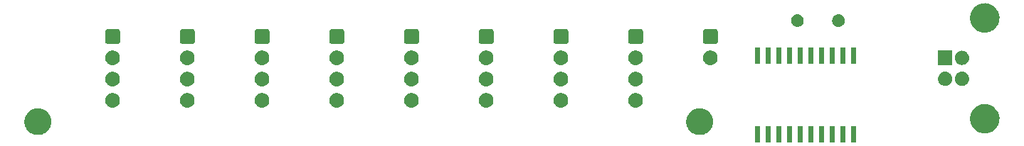
<source format=gbr>
G04 #@! TF.GenerationSoftware,KiCad,Pcbnew,(5.99.0-823-ga085f82be)*
G04 #@! TF.CreationDate,2020-04-11T14:47:27-07:00*
G04 #@! TF.ProjectId,USBtoTTL_Serial,55534274-6f54-4544-9c5f-53657269616c,n/c*
G04 #@! TF.SameCoordinates,Original*
G04 #@! TF.FileFunction,Soldermask,Top*
G04 #@! TF.FilePolarity,Negative*
%FSLAX46Y46*%
G04 Gerber Fmt 4.6, Leading zero omitted, Abs format (unit mm)*
G04 Created by KiCad (PCBNEW (5.99.0-823-ga085f82be)) date 2020-04-11 14:47:27*
%MOMM*%
%LPD*%
G04 APERTURE LIST*
G04 APERTURE END LIST*
G36*
X165907999Y-118659999D02*
G01*
X165908001Y-118660001D01*
X165910449Y-118672309D01*
X165910449Y-120597691D01*
X165908001Y-120609999D01*
X165907999Y-120610001D01*
X165895691Y-120612449D01*
X165320309Y-120612449D01*
X165308001Y-120610001D01*
X165307999Y-120609999D01*
X165305551Y-120597691D01*
X165305551Y-118672309D01*
X165307999Y-118660001D01*
X165308001Y-118659999D01*
X165320309Y-118657551D01*
X165895691Y-118657551D01*
X165907999Y-118659999D01*
G37*
G36*
X164637999Y-118659999D02*
G01*
X164638001Y-118660001D01*
X164640449Y-118672309D01*
X164640449Y-120597691D01*
X164638001Y-120609999D01*
X164637999Y-120610001D01*
X164625691Y-120612449D01*
X164050309Y-120612449D01*
X164038001Y-120610001D01*
X164037999Y-120609999D01*
X164035551Y-120597691D01*
X164035551Y-118672309D01*
X164037999Y-118660001D01*
X164038001Y-118659999D01*
X164050309Y-118657551D01*
X164625691Y-118657551D01*
X164637999Y-118659999D01*
G37*
G36*
X163367999Y-118659999D02*
G01*
X163368001Y-118660001D01*
X163370449Y-118672309D01*
X163370449Y-120597691D01*
X163368001Y-120609999D01*
X163367999Y-120610001D01*
X163355691Y-120612449D01*
X162780309Y-120612449D01*
X162768001Y-120610001D01*
X162767999Y-120609999D01*
X162765551Y-120597691D01*
X162765551Y-118672309D01*
X162767999Y-118660001D01*
X162768001Y-118659999D01*
X162780309Y-118657551D01*
X163355691Y-118657551D01*
X163367999Y-118659999D01*
G37*
G36*
X162097999Y-118659999D02*
G01*
X162098001Y-118660001D01*
X162100449Y-118672309D01*
X162100449Y-120597691D01*
X162098001Y-120609999D01*
X162097999Y-120610001D01*
X162085691Y-120612449D01*
X161510309Y-120612449D01*
X161498001Y-120610001D01*
X161497999Y-120609999D01*
X161495551Y-120597691D01*
X161495551Y-118672309D01*
X161497999Y-118660001D01*
X161498001Y-118659999D01*
X161510309Y-118657551D01*
X162085691Y-118657551D01*
X162097999Y-118659999D01*
G37*
G36*
X160827999Y-118659999D02*
G01*
X160828001Y-118660001D01*
X160830449Y-118672309D01*
X160830449Y-120597691D01*
X160828001Y-120609999D01*
X160827999Y-120610001D01*
X160815691Y-120612449D01*
X160240309Y-120612449D01*
X160228001Y-120610001D01*
X160227999Y-120609999D01*
X160225551Y-120597691D01*
X160225551Y-118672309D01*
X160227999Y-118660001D01*
X160228001Y-118659999D01*
X160240309Y-118657551D01*
X160815691Y-118657551D01*
X160827999Y-118659999D01*
G37*
G36*
X159557999Y-118659999D02*
G01*
X159558001Y-118660001D01*
X159560449Y-118672309D01*
X159560449Y-120597691D01*
X159558001Y-120609999D01*
X159557999Y-120610001D01*
X159545691Y-120612449D01*
X158970309Y-120612449D01*
X158958001Y-120610001D01*
X158957999Y-120609999D01*
X158955551Y-120597691D01*
X158955551Y-118672309D01*
X158957999Y-118660001D01*
X158958001Y-118659999D01*
X158970309Y-118657551D01*
X159545691Y-118657551D01*
X159557999Y-118659999D01*
G37*
G36*
X158287999Y-118659999D02*
G01*
X158288001Y-118660001D01*
X158290449Y-118672309D01*
X158290449Y-120597691D01*
X158288001Y-120609999D01*
X158287999Y-120610001D01*
X158275691Y-120612449D01*
X157700309Y-120612449D01*
X157688001Y-120610001D01*
X157687999Y-120609999D01*
X157685551Y-120597691D01*
X157685551Y-118672309D01*
X157687999Y-118660001D01*
X157688001Y-118659999D01*
X157700309Y-118657551D01*
X158275691Y-118657551D01*
X158287999Y-118659999D01*
G37*
G36*
X157017999Y-118659999D02*
G01*
X157018001Y-118660001D01*
X157020449Y-118672309D01*
X157020449Y-120597691D01*
X157018001Y-120609999D01*
X157017999Y-120610001D01*
X157005691Y-120612449D01*
X156430309Y-120612449D01*
X156418001Y-120610001D01*
X156417999Y-120609999D01*
X156415551Y-120597691D01*
X156415551Y-118672309D01*
X156417999Y-118660001D01*
X156418001Y-118659999D01*
X156430309Y-118657551D01*
X157005691Y-118657551D01*
X157017999Y-118659999D01*
G37*
G36*
X155747999Y-118659999D02*
G01*
X155748001Y-118660001D01*
X155750449Y-118672309D01*
X155750449Y-120597691D01*
X155748001Y-120609999D01*
X155747999Y-120610001D01*
X155735691Y-120612449D01*
X155160309Y-120612449D01*
X155148001Y-120610001D01*
X155147999Y-120609999D01*
X155145551Y-120597691D01*
X155145551Y-118672309D01*
X155147999Y-118660001D01*
X155148001Y-118659999D01*
X155160309Y-118657551D01*
X155735691Y-118657551D01*
X155747999Y-118659999D01*
G37*
G36*
X154477999Y-118659999D02*
G01*
X154478001Y-118660001D01*
X154480449Y-118672309D01*
X154480449Y-120597691D01*
X154478001Y-120609999D01*
X154477999Y-120610001D01*
X154465691Y-120612449D01*
X153890309Y-120612449D01*
X153878001Y-120610001D01*
X153877999Y-120609999D01*
X153875551Y-120597691D01*
X153875551Y-118672309D01*
X153877999Y-118660001D01*
X153878001Y-118659999D01*
X153890309Y-118657551D01*
X154465691Y-118657551D01*
X154477999Y-118659999D01*
G37*
G36*
X68623671Y-116510001D02*
G01*
X68705923Y-116510001D01*
X68746597Y-116516443D01*
X68785293Y-116518471D01*
X68869490Y-116535907D01*
X68954667Y-116549398D01*
X68989876Y-116560838D01*
X69023668Y-116567836D01*
X69108414Y-116599353D01*
X69194187Y-116627222D01*
X69223467Y-116642141D01*
X69251827Y-116652688D01*
X69334761Y-116698848D01*
X69418583Y-116741558D01*
X69441795Y-116758423D01*
X69464536Y-116771080D01*
X69543194Y-116832093D01*
X69622330Y-116889589D01*
X69639664Y-116906923D01*
X69656880Y-116920277D01*
X69728690Y-116995949D01*
X69800411Y-117067670D01*
X69812368Y-117084127D01*
X69824449Y-117096858D01*
X69886878Y-117186681D01*
X69948442Y-117271417D01*
X69955780Y-117285818D01*
X69963379Y-117296752D01*
X70013975Y-117400032D01*
X70062778Y-117495813D01*
X70066482Y-117507214D01*
X70070475Y-117515364D01*
X70107007Y-117631938D01*
X70140602Y-117735333D01*
X70141821Y-117743027D01*
X70143270Y-117747652D01*
X70163725Y-117881329D01*
X70179999Y-117984077D01*
X70179999Y-118235923D01*
X70170996Y-118292767D01*
X70170056Y-118325396D01*
X70153467Y-118403443D01*
X70140602Y-118484667D01*
X70127878Y-118523828D01*
X70119822Y-118561728D01*
X70089434Y-118642149D01*
X70062778Y-118724187D01*
X70045966Y-118757182D01*
X70033772Y-118789453D01*
X69989391Y-118868217D01*
X69948442Y-118948583D01*
X69929127Y-118975168D01*
X69914272Y-119001531D01*
X69855702Y-119076229D01*
X69800411Y-119152330D01*
X69780125Y-119172616D01*
X69764066Y-119193097D01*
X69691496Y-119261245D01*
X69622330Y-119330411D01*
X69602499Y-119344819D01*
X69586612Y-119359738D01*
X69500631Y-119418830D01*
X69418583Y-119478442D01*
X69400457Y-119487678D01*
X69385995Y-119497617D01*
X69287540Y-119545212D01*
X69194187Y-119592778D01*
X69178810Y-119597774D01*
X69166823Y-119603569D01*
X69056841Y-119637404D01*
X68954667Y-119670602D01*
X68942841Y-119672475D01*
X68934159Y-119675146D01*
X68813234Y-119693003D01*
X68705923Y-119709999D01*
X68698135Y-119709999D01*
X68693334Y-119710708D01*
X68557971Y-119709999D01*
X68454077Y-119709999D01*
X68450524Y-119709436D01*
X68449909Y-119709433D01*
X68209476Y-119671352D01*
X68208892Y-119671166D01*
X68205333Y-119670602D01*
X68106255Y-119638410D01*
X67977563Y-119597339D01*
X67973229Y-119595188D01*
X67965813Y-119592778D01*
X67868944Y-119543421D01*
X67759521Y-119489103D01*
X67752089Y-119483880D01*
X67741417Y-119478442D01*
X67654496Y-119415290D01*
X67560354Y-119349126D01*
X67550742Y-119339908D01*
X67537670Y-119330411D01*
X67463636Y-119256377D01*
X67384658Y-119180640D01*
X67373970Y-119166711D01*
X67359589Y-119152330D01*
X67299973Y-119070276D01*
X67236465Y-118987510D01*
X67225969Y-118968418D01*
X67211558Y-118948583D01*
X67167144Y-118861416D01*
X67119192Y-118774192D01*
X67110249Y-118749754D01*
X67097222Y-118724187D01*
X67068151Y-118634715D01*
X67035534Y-118545584D01*
X67029553Y-118515920D01*
X67019398Y-118484667D01*
X67005290Y-118395595D01*
X66987417Y-118306954D01*
X66985791Y-118272482D01*
X66980001Y-118235923D01*
X66980001Y-118149696D01*
X66975950Y-118063794D01*
X66980001Y-118025253D01*
X66980001Y-117984077D01*
X66992867Y-117902843D01*
X67001396Y-117821699D01*
X67012305Y-117780114D01*
X67019398Y-117735333D01*
X67043571Y-117660937D01*
X67063170Y-117586227D01*
X67081933Y-117542870D01*
X67097222Y-117495813D01*
X67130890Y-117429735D01*
X67159847Y-117362821D01*
X67187215Y-117319192D01*
X67211558Y-117271417D01*
X67252746Y-117214726D01*
X67289203Y-117156609D01*
X67325642Y-117114394D01*
X67359589Y-117067670D01*
X67406249Y-117021010D01*
X67448272Y-116972326D01*
X67493919Y-116933340D01*
X67537670Y-116889589D01*
X67587730Y-116853218D01*
X67633375Y-116814234D01*
X67688025Y-116780350D01*
X67741417Y-116741558D01*
X67792886Y-116715333D01*
X67840268Y-116685955D01*
X67903355Y-116659046D01*
X67965813Y-116627222D01*
X68016821Y-116610649D01*
X68064183Y-116590447D01*
X68134793Y-116572318D01*
X68205333Y-116549398D01*
X68254211Y-116541657D01*
X68299965Y-116529909D01*
X68376813Y-116522238D01*
X68454077Y-116510001D01*
X68499413Y-116510001D01*
X68542192Y-116505731D01*
X68623671Y-116510001D01*
G37*
G36*
X147363671Y-116510001D02*
G01*
X147445923Y-116510001D01*
X147486597Y-116516443D01*
X147525293Y-116518471D01*
X147609490Y-116535907D01*
X147694667Y-116549398D01*
X147729876Y-116560838D01*
X147763668Y-116567836D01*
X147848414Y-116599353D01*
X147934187Y-116627222D01*
X147963467Y-116642141D01*
X147991827Y-116652688D01*
X148074761Y-116698848D01*
X148158583Y-116741558D01*
X148181795Y-116758423D01*
X148204536Y-116771080D01*
X148283194Y-116832093D01*
X148362330Y-116889589D01*
X148379664Y-116906923D01*
X148396880Y-116920277D01*
X148468690Y-116995949D01*
X148540411Y-117067670D01*
X148552368Y-117084127D01*
X148564449Y-117096858D01*
X148626878Y-117186681D01*
X148688442Y-117271417D01*
X148695780Y-117285818D01*
X148703379Y-117296752D01*
X148753975Y-117400032D01*
X148802778Y-117495813D01*
X148806482Y-117507214D01*
X148810475Y-117515364D01*
X148847007Y-117631938D01*
X148880602Y-117735333D01*
X148881821Y-117743027D01*
X148883270Y-117747652D01*
X148903725Y-117881329D01*
X148919999Y-117984077D01*
X148919999Y-118235923D01*
X148910996Y-118292767D01*
X148910056Y-118325396D01*
X148893467Y-118403443D01*
X148880602Y-118484667D01*
X148867878Y-118523828D01*
X148859822Y-118561728D01*
X148829434Y-118642149D01*
X148802778Y-118724187D01*
X148785966Y-118757182D01*
X148773772Y-118789453D01*
X148729391Y-118868217D01*
X148688442Y-118948583D01*
X148669127Y-118975168D01*
X148654272Y-119001531D01*
X148595702Y-119076229D01*
X148540411Y-119152330D01*
X148520125Y-119172616D01*
X148504066Y-119193097D01*
X148431496Y-119261245D01*
X148362330Y-119330411D01*
X148342499Y-119344819D01*
X148326612Y-119359738D01*
X148240631Y-119418830D01*
X148158583Y-119478442D01*
X148140457Y-119487678D01*
X148125995Y-119497617D01*
X148027540Y-119545212D01*
X147934187Y-119592778D01*
X147918810Y-119597774D01*
X147906823Y-119603569D01*
X147796841Y-119637404D01*
X147694667Y-119670602D01*
X147682841Y-119672475D01*
X147674159Y-119675146D01*
X147553234Y-119693003D01*
X147445923Y-119709999D01*
X147438135Y-119709999D01*
X147433334Y-119710708D01*
X147297971Y-119709999D01*
X147194077Y-119709999D01*
X147190524Y-119709436D01*
X147189909Y-119709433D01*
X146949476Y-119671352D01*
X146948892Y-119671166D01*
X146945333Y-119670602D01*
X146846255Y-119638410D01*
X146717563Y-119597339D01*
X146713229Y-119595188D01*
X146705813Y-119592778D01*
X146608944Y-119543421D01*
X146499521Y-119489103D01*
X146492089Y-119483880D01*
X146481417Y-119478442D01*
X146394496Y-119415290D01*
X146300354Y-119349126D01*
X146290742Y-119339908D01*
X146277670Y-119330411D01*
X146203636Y-119256377D01*
X146124658Y-119180640D01*
X146113970Y-119166711D01*
X146099589Y-119152330D01*
X146039973Y-119070276D01*
X145976465Y-118987510D01*
X145965969Y-118968418D01*
X145951558Y-118948583D01*
X145907144Y-118861416D01*
X145859192Y-118774192D01*
X145850249Y-118749754D01*
X145837222Y-118724187D01*
X145808151Y-118634715D01*
X145775534Y-118545584D01*
X145769553Y-118515920D01*
X145759398Y-118484667D01*
X145745290Y-118395595D01*
X145727417Y-118306954D01*
X145725791Y-118272482D01*
X145720001Y-118235923D01*
X145720001Y-118149696D01*
X145715950Y-118063794D01*
X145720001Y-118025253D01*
X145720001Y-117984077D01*
X145732867Y-117902843D01*
X145741396Y-117821699D01*
X145752305Y-117780114D01*
X145759398Y-117735333D01*
X145783571Y-117660937D01*
X145803170Y-117586227D01*
X145821933Y-117542870D01*
X145837222Y-117495813D01*
X145870890Y-117429735D01*
X145899847Y-117362821D01*
X145927215Y-117319192D01*
X145951558Y-117271417D01*
X145992746Y-117214726D01*
X146029203Y-117156609D01*
X146065642Y-117114394D01*
X146099589Y-117067670D01*
X146146249Y-117021010D01*
X146188272Y-116972326D01*
X146233919Y-116933340D01*
X146277670Y-116889589D01*
X146327730Y-116853218D01*
X146373375Y-116814234D01*
X146428025Y-116780350D01*
X146481417Y-116741558D01*
X146532886Y-116715333D01*
X146580268Y-116685955D01*
X146643355Y-116659046D01*
X146705813Y-116627222D01*
X146756821Y-116610649D01*
X146804183Y-116590447D01*
X146874793Y-116572318D01*
X146945333Y-116549398D01*
X146994211Y-116541657D01*
X147039965Y-116529909D01*
X147116813Y-116522238D01*
X147194077Y-116510001D01*
X147239413Y-116510001D01*
X147282192Y-116505731D01*
X147363671Y-116510001D01*
G37*
G36*
X181296549Y-116008181D02*
G01*
X181327248Y-116007484D01*
X181423084Y-116019251D01*
X181522088Y-116027913D01*
X181551879Y-116035065D01*
X181579315Y-116038434D01*
X181675408Y-116064722D01*
X181775008Y-116088634D01*
X181800576Y-116098964D01*
X181824288Y-116105451D01*
X181918419Y-116146576D01*
X182016176Y-116186072D01*
X182037289Y-116198509D01*
X182057009Y-116207124D01*
X182146837Y-116263038D01*
X182240291Y-116318086D01*
X182256954Y-116331579D01*
X182272614Y-116341327D01*
X182355783Y-116411610D01*
X182442432Y-116481777D01*
X182454844Y-116495323D01*
X182466593Y-116505251D01*
X182540793Y-116589119D01*
X182618158Y-116673548D01*
X182626721Y-116686243D01*
X182634878Y-116695463D01*
X182697877Y-116791736D01*
X182763608Y-116889186D01*
X182768883Y-116900244D01*
X182773940Y-116907973D01*
X182823689Y-117015148D01*
X182875587Y-117123955D01*
X182878273Y-117132740D01*
X182880870Y-117138335D01*
X182915593Y-117254810D01*
X182951635Y-117372697D01*
X182952537Y-117378733D01*
X182953424Y-117381708D01*
X182971521Y-117505760D01*
X182990081Y-117629946D01*
X182980876Y-117981467D01*
X182955783Y-118104803D01*
X182930460Y-118230394D01*
X182929930Y-118231873D01*
X182929019Y-118236353D01*
X182886383Y-118353496D01*
X182844848Y-118469497D01*
X182842674Y-118473586D01*
X182840058Y-118480773D01*
X182781877Y-118587928D01*
X182725618Y-118693737D01*
X182721055Y-118699949D01*
X182715945Y-118709360D01*
X182644325Y-118804403D01*
X182575269Y-118898411D01*
X182567706Y-118906080D01*
X182559409Y-118917091D01*
X182476631Y-118998436D01*
X182396946Y-119079242D01*
X182385904Y-119087593D01*
X182373887Y-119099402D01*
X182282454Y-119165832D01*
X182194384Y-119232439D01*
X182179561Y-119240588D01*
X182163456Y-119252289D01*
X182065888Y-119303080D01*
X181971836Y-119354785D01*
X181953125Y-119361781D01*
X181932739Y-119372393D01*
X181831561Y-119407232D01*
X181733952Y-119443726D01*
X181711435Y-119448594D01*
X181686803Y-119457076D01*
X181584597Y-119476018D01*
X181485724Y-119497396D01*
X181459668Y-119499172D01*
X181431051Y-119504476D01*
X181330205Y-119507998D01*
X181232344Y-119514669D01*
X181203259Y-119512431D01*
X181171103Y-119513554D01*
X181073858Y-119502474D01*
X180979124Y-119495185D01*
X180947674Y-119488097D01*
X180912668Y-119484109D01*
X180821090Y-119459571D01*
X180731377Y-119439353D01*
X180698413Y-119426699D01*
X180661424Y-119416788D01*
X180577259Y-119380192D01*
X180494274Y-119348337D01*
X180460818Y-119329563D01*
X180422890Y-119313071D01*
X180347651Y-119266056D01*
X180272800Y-119224052D01*
X180239971Y-119198770D01*
X180202307Y-119175235D01*
X180137166Y-119119599D01*
X180071585Y-119069095D01*
X180040618Y-119037140D01*
X180004520Y-119006309D01*
X179950322Y-118943961D01*
X179894849Y-118886718D01*
X179867027Y-118848142D01*
X179833874Y-118810004D01*
X179791127Y-118742905D01*
X179746288Y-118680734D01*
X179722910Y-118635824D01*
X179694119Y-118590632D01*
X179663003Y-118520745D01*
X179629022Y-118455467D01*
X179611364Y-118404761D01*
X179588324Y-118353012D01*
X179568696Y-118282236D01*
X179545500Y-118215627D01*
X179534768Y-118159896D01*
X179518813Y-118102365D01*
X179510234Y-118032494D01*
X179497475Y-117966238D01*
X179494762Y-117906484D01*
X179487114Y-117844197D01*
X179488877Y-117776873D01*
X179485956Y-117712540D01*
X179492200Y-117649982D01*
X179493923Y-117584179D01*
X179505087Y-117520867D01*
X179511179Y-117459826D01*
X179527131Y-117395850D01*
X179539090Y-117328024D01*
X179558523Y-117269945D01*
X179572621Y-117213402D01*
X179598798Y-117149574D01*
X179621623Y-117081358D01*
X179648033Y-117029526D01*
X179668985Y-116978438D01*
X179705665Y-116916415D01*
X179739709Y-116849601D01*
X179771723Y-116804719D01*
X179798267Y-116759836D01*
X179845430Y-116701386D01*
X179890754Y-116637844D01*
X179926921Y-116600392D01*
X179957750Y-116562185D01*
X180015118Y-116509062D01*
X180071440Y-116450739D01*
X180110313Y-116420910D01*
X180144091Y-116389632D01*
X180211045Y-116343616D01*
X180277796Y-116292396D01*
X180317982Y-116270120D01*
X180353392Y-116245784D01*
X180429028Y-116208567D01*
X180505291Y-116166293D01*
X180545462Y-116151274D01*
X180581262Y-116133658D01*
X180664399Y-116106805D01*
X180748926Y-116075202D01*
X180787875Y-116066923D01*
X180822932Y-116055600D01*
X180912098Y-116040519D01*
X181003349Y-116021123D01*
X181040046Y-116018878D01*
X181073347Y-116013246D01*
X181166805Y-116011125D01*
X181262971Y-116005243D01*
X181296549Y-116008181D01*
G37*
G36*
X130813049Y-114698800D02*
G01*
X130855766Y-114696711D01*
X130901040Y-114703720D01*
X130952931Y-114706621D01*
X130994185Y-114718139D01*
X131030435Y-114723751D01*
X131079084Y-114741843D01*
X131134995Y-114757454D01*
X131167424Y-114774697D01*
X131196091Y-114785358D01*
X131245270Y-114816088D01*
X131301896Y-114846197D01*
X131325217Y-114866045D01*
X131345977Y-114879017D01*
X131392370Y-114923196D01*
X131445847Y-114968709D01*
X131460670Y-114988238D01*
X131473973Y-115000906D01*
X131513998Y-115058494D01*
X131560133Y-115119275D01*
X131567852Y-115135980D01*
X131574845Y-115146042D01*
X131604863Y-115216080D01*
X131639421Y-115290869D01*
X131642057Y-115302859D01*
X131644471Y-115308491D01*
X131661013Y-115389076D01*
X131680011Y-115475487D01*
X131679330Y-115670585D01*
X131659737Y-115756825D01*
X131642626Y-115837327D01*
X131640171Y-115842946D01*
X131637452Y-115854914D01*
X131602385Y-115929436D01*
X131571867Y-115999288D01*
X131564802Y-116009304D01*
X131556968Y-116025951D01*
X131510418Y-116086397D01*
X131469984Y-116143716D01*
X131456591Y-116156293D01*
X131441634Y-116175715D01*
X131387850Y-116220845D01*
X131341144Y-116264705D01*
X131320291Y-116277534D01*
X131296831Y-116297219D01*
X131239992Y-116326934D01*
X131190605Y-116357317D01*
X131161869Y-116367776D01*
X131129315Y-116384795D01*
X131073281Y-116400019D01*
X131024516Y-116417768D01*
X130988236Y-116423125D01*
X130946900Y-116434356D01*
X130894988Y-116436895D01*
X130849669Y-116443587D01*
X130806968Y-116441200D01*
X130758099Y-116443590D01*
X130712866Y-116435939D01*
X130673201Y-116433722D01*
X130625961Y-116421240D01*
X130571719Y-116412066D01*
X130534833Y-116397163D01*
X130502318Y-116388572D01*
X130453106Y-116364143D01*
X130396457Y-116341255D01*
X130368667Y-116322227D01*
X130344004Y-116309984D01*
X130295915Y-116272412D01*
X130240488Y-116234461D01*
X130221613Y-116214362D01*
X130204729Y-116201170D01*
X130161235Y-116150065D01*
X130111090Y-116096666D01*
X130100104Y-116078237D01*
X130090178Y-116066574D01*
X130054921Y-116002442D01*
X130014300Y-115934300D01*
X130009459Y-115919747D01*
X130005030Y-115911691D01*
X129981595Y-115835986D01*
X129954634Y-115754937D01*
X129953671Y-115745778D01*
X129952764Y-115742847D01*
X129944435Y-115657903D01*
X129934875Y-115566945D01*
X129945074Y-115476024D01*
X129953992Y-115391172D01*
X129954919Y-115388249D01*
X129955946Y-115379096D01*
X129983467Y-115298255D01*
X130007435Y-115222696D01*
X130011922Y-115214667D01*
X130016863Y-115200154D01*
X130057944Y-115132320D01*
X130093659Y-115068417D01*
X130103668Y-115056821D01*
X130114784Y-115038467D01*
X130165304Y-114985415D01*
X130209151Y-114934619D01*
X130226126Y-114921546D01*
X130245141Y-114901579D01*
X130300836Y-114864012D01*
X130349186Y-114826778D01*
X130373932Y-114814708D01*
X130401851Y-114795877D01*
X130458652Y-114773388D01*
X130508039Y-114749300D01*
X130540616Y-114740936D01*
X130577604Y-114726291D01*
X130631910Y-114717495D01*
X130679232Y-114705345D01*
X130718909Y-114703404D01*
X130764199Y-114696069D01*
X130813049Y-114698800D01*
G37*
G36*
X121923049Y-114698800D02*
G01*
X121965766Y-114696711D01*
X122011040Y-114703720D01*
X122062931Y-114706621D01*
X122104185Y-114718139D01*
X122140435Y-114723751D01*
X122189084Y-114741843D01*
X122244995Y-114757454D01*
X122277424Y-114774697D01*
X122306091Y-114785358D01*
X122355270Y-114816088D01*
X122411896Y-114846197D01*
X122435217Y-114866045D01*
X122455977Y-114879017D01*
X122502370Y-114923196D01*
X122555847Y-114968709D01*
X122570670Y-114988238D01*
X122583973Y-115000906D01*
X122623998Y-115058494D01*
X122670133Y-115119275D01*
X122677852Y-115135980D01*
X122684845Y-115146042D01*
X122714863Y-115216080D01*
X122749421Y-115290869D01*
X122752057Y-115302859D01*
X122754471Y-115308491D01*
X122771013Y-115389076D01*
X122790011Y-115475487D01*
X122789330Y-115670585D01*
X122769737Y-115756825D01*
X122752626Y-115837327D01*
X122750171Y-115842946D01*
X122747452Y-115854914D01*
X122712385Y-115929436D01*
X122681867Y-115999288D01*
X122674802Y-116009304D01*
X122666968Y-116025951D01*
X122620418Y-116086397D01*
X122579984Y-116143716D01*
X122566591Y-116156293D01*
X122551634Y-116175715D01*
X122497850Y-116220845D01*
X122451144Y-116264705D01*
X122430291Y-116277534D01*
X122406831Y-116297219D01*
X122349992Y-116326934D01*
X122300605Y-116357317D01*
X122271869Y-116367776D01*
X122239315Y-116384795D01*
X122183281Y-116400019D01*
X122134516Y-116417768D01*
X122098236Y-116423125D01*
X122056900Y-116434356D01*
X122004988Y-116436895D01*
X121959669Y-116443587D01*
X121916968Y-116441200D01*
X121868099Y-116443590D01*
X121822866Y-116435939D01*
X121783201Y-116433722D01*
X121735961Y-116421240D01*
X121681719Y-116412066D01*
X121644833Y-116397163D01*
X121612318Y-116388572D01*
X121563106Y-116364143D01*
X121506457Y-116341255D01*
X121478667Y-116322227D01*
X121454004Y-116309984D01*
X121405915Y-116272412D01*
X121350488Y-116234461D01*
X121331613Y-116214362D01*
X121314729Y-116201170D01*
X121271235Y-116150065D01*
X121221090Y-116096666D01*
X121210104Y-116078237D01*
X121200178Y-116066574D01*
X121164921Y-116002442D01*
X121124300Y-115934300D01*
X121119459Y-115919747D01*
X121115030Y-115911691D01*
X121091595Y-115835986D01*
X121064634Y-115754937D01*
X121063671Y-115745778D01*
X121062764Y-115742847D01*
X121054435Y-115657903D01*
X121044875Y-115566945D01*
X121055074Y-115476024D01*
X121063992Y-115391172D01*
X121064919Y-115388249D01*
X121065946Y-115379096D01*
X121093467Y-115298255D01*
X121117435Y-115222696D01*
X121121922Y-115214667D01*
X121126863Y-115200154D01*
X121167944Y-115132320D01*
X121203659Y-115068417D01*
X121213668Y-115056821D01*
X121224784Y-115038467D01*
X121275304Y-114985415D01*
X121319151Y-114934619D01*
X121336126Y-114921546D01*
X121355141Y-114901579D01*
X121410836Y-114864012D01*
X121459186Y-114826778D01*
X121483932Y-114814708D01*
X121511851Y-114795877D01*
X121568652Y-114773388D01*
X121618039Y-114749300D01*
X121650616Y-114740936D01*
X121687604Y-114726291D01*
X121741910Y-114717495D01*
X121789232Y-114705345D01*
X121828909Y-114703404D01*
X121874199Y-114696069D01*
X121923049Y-114698800D01*
G37*
G36*
X113033049Y-114698800D02*
G01*
X113075766Y-114696711D01*
X113121040Y-114703720D01*
X113172931Y-114706621D01*
X113214185Y-114718139D01*
X113250435Y-114723751D01*
X113299084Y-114741843D01*
X113354995Y-114757454D01*
X113387424Y-114774697D01*
X113416091Y-114785358D01*
X113465270Y-114816088D01*
X113521896Y-114846197D01*
X113545217Y-114866045D01*
X113565977Y-114879017D01*
X113612370Y-114923196D01*
X113665847Y-114968709D01*
X113680670Y-114988238D01*
X113693973Y-115000906D01*
X113733998Y-115058494D01*
X113780133Y-115119275D01*
X113787852Y-115135980D01*
X113794845Y-115146042D01*
X113824863Y-115216080D01*
X113859421Y-115290869D01*
X113862057Y-115302859D01*
X113864471Y-115308491D01*
X113881013Y-115389076D01*
X113900011Y-115475487D01*
X113899330Y-115670585D01*
X113879737Y-115756825D01*
X113862626Y-115837327D01*
X113860171Y-115842946D01*
X113857452Y-115854914D01*
X113822385Y-115929436D01*
X113791867Y-115999288D01*
X113784802Y-116009304D01*
X113776968Y-116025951D01*
X113730418Y-116086397D01*
X113689984Y-116143716D01*
X113676591Y-116156293D01*
X113661634Y-116175715D01*
X113607850Y-116220845D01*
X113561144Y-116264705D01*
X113540291Y-116277534D01*
X113516831Y-116297219D01*
X113459992Y-116326934D01*
X113410605Y-116357317D01*
X113381869Y-116367776D01*
X113349315Y-116384795D01*
X113293281Y-116400019D01*
X113244516Y-116417768D01*
X113208236Y-116423125D01*
X113166900Y-116434356D01*
X113114988Y-116436895D01*
X113069669Y-116443587D01*
X113026968Y-116441200D01*
X112978099Y-116443590D01*
X112932866Y-116435939D01*
X112893201Y-116433722D01*
X112845961Y-116421240D01*
X112791719Y-116412066D01*
X112754833Y-116397163D01*
X112722318Y-116388572D01*
X112673106Y-116364143D01*
X112616457Y-116341255D01*
X112588667Y-116322227D01*
X112564004Y-116309984D01*
X112515915Y-116272412D01*
X112460488Y-116234461D01*
X112441613Y-116214362D01*
X112424729Y-116201170D01*
X112381235Y-116150065D01*
X112331090Y-116096666D01*
X112320104Y-116078237D01*
X112310178Y-116066574D01*
X112274921Y-116002442D01*
X112234300Y-115934300D01*
X112229459Y-115919747D01*
X112225030Y-115911691D01*
X112201595Y-115835986D01*
X112174634Y-115754937D01*
X112173671Y-115745778D01*
X112172764Y-115742847D01*
X112164435Y-115657903D01*
X112154875Y-115566945D01*
X112165074Y-115476024D01*
X112173992Y-115391172D01*
X112174919Y-115388249D01*
X112175946Y-115379096D01*
X112203467Y-115298255D01*
X112227435Y-115222696D01*
X112231922Y-115214667D01*
X112236863Y-115200154D01*
X112277944Y-115132320D01*
X112313659Y-115068417D01*
X112323668Y-115056821D01*
X112334784Y-115038467D01*
X112385304Y-114985415D01*
X112429151Y-114934619D01*
X112446126Y-114921546D01*
X112465141Y-114901579D01*
X112520836Y-114864012D01*
X112569186Y-114826778D01*
X112593932Y-114814708D01*
X112621851Y-114795877D01*
X112678652Y-114773388D01*
X112728039Y-114749300D01*
X112760616Y-114740936D01*
X112797604Y-114726291D01*
X112851910Y-114717495D01*
X112899232Y-114705345D01*
X112938909Y-114703404D01*
X112984199Y-114696069D01*
X113033049Y-114698800D01*
G37*
G36*
X139703049Y-114698800D02*
G01*
X139745766Y-114696711D01*
X139791040Y-114703720D01*
X139842931Y-114706621D01*
X139884185Y-114718139D01*
X139920435Y-114723751D01*
X139969084Y-114741843D01*
X140024995Y-114757454D01*
X140057424Y-114774697D01*
X140086091Y-114785358D01*
X140135270Y-114816088D01*
X140191896Y-114846197D01*
X140215217Y-114866045D01*
X140235977Y-114879017D01*
X140282370Y-114923196D01*
X140335847Y-114968709D01*
X140350670Y-114988238D01*
X140363973Y-115000906D01*
X140403998Y-115058494D01*
X140450133Y-115119275D01*
X140457852Y-115135980D01*
X140464845Y-115146042D01*
X140494863Y-115216080D01*
X140529421Y-115290869D01*
X140532057Y-115302859D01*
X140534471Y-115308491D01*
X140551013Y-115389076D01*
X140570011Y-115475487D01*
X140569330Y-115670585D01*
X140549737Y-115756825D01*
X140532626Y-115837327D01*
X140530171Y-115842946D01*
X140527452Y-115854914D01*
X140492385Y-115929436D01*
X140461867Y-115999288D01*
X140454802Y-116009304D01*
X140446968Y-116025951D01*
X140400418Y-116086397D01*
X140359984Y-116143716D01*
X140346591Y-116156293D01*
X140331634Y-116175715D01*
X140277850Y-116220845D01*
X140231144Y-116264705D01*
X140210291Y-116277534D01*
X140186831Y-116297219D01*
X140129992Y-116326934D01*
X140080605Y-116357317D01*
X140051869Y-116367776D01*
X140019315Y-116384795D01*
X139963281Y-116400019D01*
X139914516Y-116417768D01*
X139878236Y-116423125D01*
X139836900Y-116434356D01*
X139784988Y-116436895D01*
X139739669Y-116443587D01*
X139696968Y-116441200D01*
X139648099Y-116443590D01*
X139602866Y-116435939D01*
X139563201Y-116433722D01*
X139515961Y-116421240D01*
X139461719Y-116412066D01*
X139424833Y-116397163D01*
X139392318Y-116388572D01*
X139343106Y-116364143D01*
X139286457Y-116341255D01*
X139258667Y-116322227D01*
X139234004Y-116309984D01*
X139185915Y-116272412D01*
X139130488Y-116234461D01*
X139111613Y-116214362D01*
X139094729Y-116201170D01*
X139051235Y-116150065D01*
X139001090Y-116096666D01*
X138990104Y-116078237D01*
X138980178Y-116066574D01*
X138944921Y-116002442D01*
X138904300Y-115934300D01*
X138899459Y-115919747D01*
X138895030Y-115911691D01*
X138871595Y-115835986D01*
X138844634Y-115754937D01*
X138843671Y-115745778D01*
X138842764Y-115742847D01*
X138834435Y-115657903D01*
X138824875Y-115566945D01*
X138835074Y-115476024D01*
X138843992Y-115391172D01*
X138844919Y-115388249D01*
X138845946Y-115379096D01*
X138873467Y-115298255D01*
X138897435Y-115222696D01*
X138901922Y-115214667D01*
X138906863Y-115200154D01*
X138947944Y-115132320D01*
X138983659Y-115068417D01*
X138993668Y-115056821D01*
X139004784Y-115038467D01*
X139055304Y-114985415D01*
X139099151Y-114934619D01*
X139116126Y-114921546D01*
X139135141Y-114901579D01*
X139190836Y-114864012D01*
X139239186Y-114826778D01*
X139263932Y-114814708D01*
X139291851Y-114795877D01*
X139348652Y-114773388D01*
X139398039Y-114749300D01*
X139430616Y-114740936D01*
X139467604Y-114726291D01*
X139521910Y-114717495D01*
X139569232Y-114705345D01*
X139608909Y-114703404D01*
X139654199Y-114696069D01*
X139703049Y-114698800D01*
G37*
G36*
X104143049Y-114698800D02*
G01*
X104185766Y-114696711D01*
X104231040Y-114703720D01*
X104282931Y-114706621D01*
X104324185Y-114718139D01*
X104360435Y-114723751D01*
X104409084Y-114741843D01*
X104464995Y-114757454D01*
X104497424Y-114774697D01*
X104526091Y-114785358D01*
X104575270Y-114816088D01*
X104631896Y-114846197D01*
X104655217Y-114866045D01*
X104675977Y-114879017D01*
X104722370Y-114923196D01*
X104775847Y-114968709D01*
X104790670Y-114988238D01*
X104803973Y-115000906D01*
X104843998Y-115058494D01*
X104890133Y-115119275D01*
X104897852Y-115135980D01*
X104904845Y-115146042D01*
X104934863Y-115216080D01*
X104969421Y-115290869D01*
X104972057Y-115302859D01*
X104974471Y-115308491D01*
X104991013Y-115389076D01*
X105010011Y-115475487D01*
X105009330Y-115670585D01*
X104989737Y-115756825D01*
X104972626Y-115837327D01*
X104970171Y-115842946D01*
X104967452Y-115854914D01*
X104932385Y-115929436D01*
X104901867Y-115999288D01*
X104894802Y-116009304D01*
X104886968Y-116025951D01*
X104840418Y-116086397D01*
X104799984Y-116143716D01*
X104786591Y-116156293D01*
X104771634Y-116175715D01*
X104717850Y-116220845D01*
X104671144Y-116264705D01*
X104650291Y-116277534D01*
X104626831Y-116297219D01*
X104569992Y-116326934D01*
X104520605Y-116357317D01*
X104491869Y-116367776D01*
X104459315Y-116384795D01*
X104403281Y-116400019D01*
X104354516Y-116417768D01*
X104318236Y-116423125D01*
X104276900Y-116434356D01*
X104224988Y-116436895D01*
X104179669Y-116443587D01*
X104136968Y-116441200D01*
X104088099Y-116443590D01*
X104042866Y-116435939D01*
X104003201Y-116433722D01*
X103955961Y-116421240D01*
X103901719Y-116412066D01*
X103864833Y-116397163D01*
X103832318Y-116388572D01*
X103783106Y-116364143D01*
X103726457Y-116341255D01*
X103698667Y-116322227D01*
X103674004Y-116309984D01*
X103625915Y-116272412D01*
X103570488Y-116234461D01*
X103551613Y-116214362D01*
X103534729Y-116201170D01*
X103491235Y-116150065D01*
X103441090Y-116096666D01*
X103430104Y-116078237D01*
X103420178Y-116066574D01*
X103384921Y-116002442D01*
X103344300Y-115934300D01*
X103339459Y-115919747D01*
X103335030Y-115911691D01*
X103311595Y-115835986D01*
X103284634Y-115754937D01*
X103283671Y-115745778D01*
X103282764Y-115742847D01*
X103274435Y-115657903D01*
X103264875Y-115566945D01*
X103275074Y-115476024D01*
X103283992Y-115391172D01*
X103284919Y-115388249D01*
X103285946Y-115379096D01*
X103313467Y-115298255D01*
X103337435Y-115222696D01*
X103341922Y-115214667D01*
X103346863Y-115200154D01*
X103387944Y-115132320D01*
X103423659Y-115068417D01*
X103433668Y-115056821D01*
X103444784Y-115038467D01*
X103495304Y-114985415D01*
X103539151Y-114934619D01*
X103556126Y-114921546D01*
X103575141Y-114901579D01*
X103630836Y-114864012D01*
X103679186Y-114826778D01*
X103703932Y-114814708D01*
X103731851Y-114795877D01*
X103788652Y-114773388D01*
X103838039Y-114749300D01*
X103870616Y-114740936D01*
X103907604Y-114726291D01*
X103961910Y-114717495D01*
X104009232Y-114705345D01*
X104048909Y-114703404D01*
X104094199Y-114696069D01*
X104143049Y-114698800D01*
G37*
G36*
X95253049Y-114698800D02*
G01*
X95295766Y-114696711D01*
X95341040Y-114703720D01*
X95392931Y-114706621D01*
X95434185Y-114718139D01*
X95470435Y-114723751D01*
X95519084Y-114741843D01*
X95574995Y-114757454D01*
X95607424Y-114774697D01*
X95636091Y-114785358D01*
X95685270Y-114816088D01*
X95741896Y-114846197D01*
X95765217Y-114866045D01*
X95785977Y-114879017D01*
X95832370Y-114923196D01*
X95885847Y-114968709D01*
X95900670Y-114988238D01*
X95913973Y-115000906D01*
X95953998Y-115058494D01*
X96000133Y-115119275D01*
X96007852Y-115135980D01*
X96014845Y-115146042D01*
X96044863Y-115216080D01*
X96079421Y-115290869D01*
X96082057Y-115302859D01*
X96084471Y-115308491D01*
X96101013Y-115389076D01*
X96120011Y-115475487D01*
X96119330Y-115670585D01*
X96099737Y-115756825D01*
X96082626Y-115837327D01*
X96080171Y-115842946D01*
X96077452Y-115854914D01*
X96042385Y-115929436D01*
X96011867Y-115999288D01*
X96004802Y-116009304D01*
X95996968Y-116025951D01*
X95950418Y-116086397D01*
X95909984Y-116143716D01*
X95896591Y-116156293D01*
X95881634Y-116175715D01*
X95827850Y-116220845D01*
X95781144Y-116264705D01*
X95760291Y-116277534D01*
X95736831Y-116297219D01*
X95679992Y-116326934D01*
X95630605Y-116357317D01*
X95601869Y-116367776D01*
X95569315Y-116384795D01*
X95513281Y-116400019D01*
X95464516Y-116417768D01*
X95428236Y-116423125D01*
X95386900Y-116434356D01*
X95334988Y-116436895D01*
X95289669Y-116443587D01*
X95246968Y-116441200D01*
X95198099Y-116443590D01*
X95152866Y-116435939D01*
X95113201Y-116433722D01*
X95065961Y-116421240D01*
X95011719Y-116412066D01*
X94974833Y-116397163D01*
X94942318Y-116388572D01*
X94893106Y-116364143D01*
X94836457Y-116341255D01*
X94808667Y-116322227D01*
X94784004Y-116309984D01*
X94735915Y-116272412D01*
X94680488Y-116234461D01*
X94661613Y-116214362D01*
X94644729Y-116201170D01*
X94601235Y-116150065D01*
X94551090Y-116096666D01*
X94540104Y-116078237D01*
X94530178Y-116066574D01*
X94494921Y-116002442D01*
X94454300Y-115934300D01*
X94449459Y-115919747D01*
X94445030Y-115911691D01*
X94421595Y-115835986D01*
X94394634Y-115754937D01*
X94393671Y-115745778D01*
X94392764Y-115742847D01*
X94384435Y-115657903D01*
X94374875Y-115566945D01*
X94385074Y-115476024D01*
X94393992Y-115391172D01*
X94394919Y-115388249D01*
X94395946Y-115379096D01*
X94423467Y-115298255D01*
X94447435Y-115222696D01*
X94451922Y-115214667D01*
X94456863Y-115200154D01*
X94497944Y-115132320D01*
X94533659Y-115068417D01*
X94543668Y-115056821D01*
X94554784Y-115038467D01*
X94605304Y-114985415D01*
X94649151Y-114934619D01*
X94666126Y-114921546D01*
X94685141Y-114901579D01*
X94740836Y-114864012D01*
X94789186Y-114826778D01*
X94813932Y-114814708D01*
X94841851Y-114795877D01*
X94898652Y-114773388D01*
X94948039Y-114749300D01*
X94980616Y-114740936D01*
X95017604Y-114726291D01*
X95071910Y-114717495D01*
X95119232Y-114705345D01*
X95158909Y-114703404D01*
X95204199Y-114696069D01*
X95253049Y-114698800D01*
G37*
G36*
X77473049Y-114698800D02*
G01*
X77515766Y-114696711D01*
X77561040Y-114703720D01*
X77612931Y-114706621D01*
X77654185Y-114718139D01*
X77690435Y-114723751D01*
X77739084Y-114741843D01*
X77794995Y-114757454D01*
X77827424Y-114774697D01*
X77856091Y-114785358D01*
X77905270Y-114816088D01*
X77961896Y-114846197D01*
X77985217Y-114866045D01*
X78005977Y-114879017D01*
X78052370Y-114923196D01*
X78105847Y-114968709D01*
X78120670Y-114988238D01*
X78133973Y-115000906D01*
X78173998Y-115058494D01*
X78220133Y-115119275D01*
X78227852Y-115135980D01*
X78234845Y-115146042D01*
X78264863Y-115216080D01*
X78299421Y-115290869D01*
X78302057Y-115302859D01*
X78304471Y-115308491D01*
X78321013Y-115389076D01*
X78340011Y-115475487D01*
X78339330Y-115670585D01*
X78319737Y-115756825D01*
X78302626Y-115837327D01*
X78300171Y-115842946D01*
X78297452Y-115854914D01*
X78262385Y-115929436D01*
X78231867Y-115999288D01*
X78224802Y-116009304D01*
X78216968Y-116025951D01*
X78170418Y-116086397D01*
X78129984Y-116143716D01*
X78116591Y-116156293D01*
X78101634Y-116175715D01*
X78047850Y-116220845D01*
X78001144Y-116264705D01*
X77980291Y-116277534D01*
X77956831Y-116297219D01*
X77899992Y-116326934D01*
X77850605Y-116357317D01*
X77821869Y-116367776D01*
X77789315Y-116384795D01*
X77733281Y-116400019D01*
X77684516Y-116417768D01*
X77648236Y-116423125D01*
X77606900Y-116434356D01*
X77554988Y-116436895D01*
X77509669Y-116443587D01*
X77466968Y-116441200D01*
X77418099Y-116443590D01*
X77372866Y-116435939D01*
X77333201Y-116433722D01*
X77285961Y-116421240D01*
X77231719Y-116412066D01*
X77194833Y-116397163D01*
X77162318Y-116388572D01*
X77113106Y-116364143D01*
X77056457Y-116341255D01*
X77028667Y-116322227D01*
X77004004Y-116309984D01*
X76955915Y-116272412D01*
X76900488Y-116234461D01*
X76881613Y-116214362D01*
X76864729Y-116201170D01*
X76821235Y-116150065D01*
X76771090Y-116096666D01*
X76760104Y-116078237D01*
X76750178Y-116066574D01*
X76714921Y-116002442D01*
X76674300Y-115934300D01*
X76669459Y-115919747D01*
X76665030Y-115911691D01*
X76641595Y-115835986D01*
X76614634Y-115754937D01*
X76613671Y-115745778D01*
X76612764Y-115742847D01*
X76604435Y-115657903D01*
X76594875Y-115566945D01*
X76605074Y-115476024D01*
X76613992Y-115391172D01*
X76614919Y-115388249D01*
X76615946Y-115379096D01*
X76643467Y-115298255D01*
X76667435Y-115222696D01*
X76671922Y-115214667D01*
X76676863Y-115200154D01*
X76717944Y-115132320D01*
X76753659Y-115068417D01*
X76763668Y-115056821D01*
X76774784Y-115038467D01*
X76825304Y-114985415D01*
X76869151Y-114934619D01*
X76886126Y-114921546D01*
X76905141Y-114901579D01*
X76960836Y-114864012D01*
X77009186Y-114826778D01*
X77033932Y-114814708D01*
X77061851Y-114795877D01*
X77118652Y-114773388D01*
X77168039Y-114749300D01*
X77200616Y-114740936D01*
X77237604Y-114726291D01*
X77291910Y-114717495D01*
X77339232Y-114705345D01*
X77378909Y-114703404D01*
X77424199Y-114696069D01*
X77473049Y-114698800D01*
G37*
G36*
X86363049Y-114698800D02*
G01*
X86405766Y-114696711D01*
X86451040Y-114703720D01*
X86502931Y-114706621D01*
X86544185Y-114718139D01*
X86580435Y-114723751D01*
X86629084Y-114741843D01*
X86684995Y-114757454D01*
X86717424Y-114774697D01*
X86746091Y-114785358D01*
X86795270Y-114816088D01*
X86851896Y-114846197D01*
X86875217Y-114866045D01*
X86895977Y-114879017D01*
X86942370Y-114923196D01*
X86995847Y-114968709D01*
X87010670Y-114988238D01*
X87023973Y-115000906D01*
X87063998Y-115058494D01*
X87110133Y-115119275D01*
X87117852Y-115135980D01*
X87124845Y-115146042D01*
X87154863Y-115216080D01*
X87189421Y-115290869D01*
X87192057Y-115302859D01*
X87194471Y-115308491D01*
X87211013Y-115389076D01*
X87230011Y-115475487D01*
X87229330Y-115670585D01*
X87209737Y-115756825D01*
X87192626Y-115837327D01*
X87190171Y-115842946D01*
X87187452Y-115854914D01*
X87152385Y-115929436D01*
X87121867Y-115999288D01*
X87114802Y-116009304D01*
X87106968Y-116025951D01*
X87060418Y-116086397D01*
X87019984Y-116143716D01*
X87006591Y-116156293D01*
X86991634Y-116175715D01*
X86937850Y-116220845D01*
X86891144Y-116264705D01*
X86870291Y-116277534D01*
X86846831Y-116297219D01*
X86789992Y-116326934D01*
X86740605Y-116357317D01*
X86711869Y-116367776D01*
X86679315Y-116384795D01*
X86623281Y-116400019D01*
X86574516Y-116417768D01*
X86538236Y-116423125D01*
X86496900Y-116434356D01*
X86444988Y-116436895D01*
X86399669Y-116443587D01*
X86356968Y-116441200D01*
X86308099Y-116443590D01*
X86262866Y-116435939D01*
X86223201Y-116433722D01*
X86175961Y-116421240D01*
X86121719Y-116412066D01*
X86084833Y-116397163D01*
X86052318Y-116388572D01*
X86003106Y-116364143D01*
X85946457Y-116341255D01*
X85918667Y-116322227D01*
X85894004Y-116309984D01*
X85845915Y-116272412D01*
X85790488Y-116234461D01*
X85771613Y-116214362D01*
X85754729Y-116201170D01*
X85711235Y-116150065D01*
X85661090Y-116096666D01*
X85650104Y-116078237D01*
X85640178Y-116066574D01*
X85604921Y-116002442D01*
X85564300Y-115934300D01*
X85559459Y-115919747D01*
X85555030Y-115911691D01*
X85531595Y-115835986D01*
X85504634Y-115754937D01*
X85503671Y-115745778D01*
X85502764Y-115742847D01*
X85494435Y-115657903D01*
X85484875Y-115566945D01*
X85495074Y-115476024D01*
X85503992Y-115391172D01*
X85504919Y-115388249D01*
X85505946Y-115379096D01*
X85533467Y-115298255D01*
X85557435Y-115222696D01*
X85561922Y-115214667D01*
X85566863Y-115200154D01*
X85607944Y-115132320D01*
X85643659Y-115068417D01*
X85653668Y-115056821D01*
X85664784Y-115038467D01*
X85715304Y-114985415D01*
X85759151Y-114934619D01*
X85776126Y-114921546D01*
X85795141Y-114901579D01*
X85850836Y-114864012D01*
X85899186Y-114826778D01*
X85923932Y-114814708D01*
X85951851Y-114795877D01*
X86008652Y-114773388D01*
X86058039Y-114749300D01*
X86090616Y-114740936D01*
X86127604Y-114726291D01*
X86181910Y-114717495D01*
X86229232Y-114705345D01*
X86268909Y-114703404D01*
X86314199Y-114696069D01*
X86363049Y-114698800D01*
G37*
G36*
X121923049Y-112158800D02*
G01*
X121965766Y-112156711D01*
X122011040Y-112163720D01*
X122062931Y-112166621D01*
X122104185Y-112178139D01*
X122140435Y-112183751D01*
X122189084Y-112201843D01*
X122244995Y-112217454D01*
X122277424Y-112234697D01*
X122306091Y-112245358D01*
X122355270Y-112276088D01*
X122411896Y-112306197D01*
X122435217Y-112326045D01*
X122455977Y-112339017D01*
X122502370Y-112383196D01*
X122555847Y-112428709D01*
X122570670Y-112448238D01*
X122583973Y-112460906D01*
X122623998Y-112518494D01*
X122670133Y-112579275D01*
X122677852Y-112595980D01*
X122684845Y-112606042D01*
X122714863Y-112676080D01*
X122749421Y-112750869D01*
X122752057Y-112762859D01*
X122754471Y-112768491D01*
X122771013Y-112849076D01*
X122790011Y-112935487D01*
X122789330Y-113130585D01*
X122769737Y-113216825D01*
X122752626Y-113297327D01*
X122750171Y-113302946D01*
X122747452Y-113314914D01*
X122712385Y-113389436D01*
X122681867Y-113459288D01*
X122674802Y-113469304D01*
X122666968Y-113485951D01*
X122620418Y-113546397D01*
X122579984Y-113603716D01*
X122566591Y-113616293D01*
X122551634Y-113635715D01*
X122497850Y-113680845D01*
X122451144Y-113724705D01*
X122430291Y-113737534D01*
X122406831Y-113757219D01*
X122349992Y-113786934D01*
X122300605Y-113817317D01*
X122271869Y-113827776D01*
X122239315Y-113844795D01*
X122183281Y-113860019D01*
X122134516Y-113877768D01*
X122098236Y-113883125D01*
X122056900Y-113894356D01*
X122004988Y-113896895D01*
X121959669Y-113903587D01*
X121916968Y-113901200D01*
X121868099Y-113903590D01*
X121822866Y-113895939D01*
X121783201Y-113893722D01*
X121735961Y-113881240D01*
X121681719Y-113872066D01*
X121644833Y-113857163D01*
X121612318Y-113848572D01*
X121563106Y-113824143D01*
X121506457Y-113801255D01*
X121478667Y-113782227D01*
X121454004Y-113769984D01*
X121405915Y-113732412D01*
X121350488Y-113694461D01*
X121331613Y-113674362D01*
X121314729Y-113661170D01*
X121271235Y-113610065D01*
X121221090Y-113556666D01*
X121210104Y-113538237D01*
X121200178Y-113526574D01*
X121164921Y-113462442D01*
X121124300Y-113394300D01*
X121119459Y-113379747D01*
X121115030Y-113371691D01*
X121091595Y-113295986D01*
X121064634Y-113214937D01*
X121063671Y-113205778D01*
X121062764Y-113202847D01*
X121054435Y-113117903D01*
X121044875Y-113026945D01*
X121055074Y-112936024D01*
X121063992Y-112851172D01*
X121064919Y-112848249D01*
X121065946Y-112839096D01*
X121093467Y-112758255D01*
X121117435Y-112682696D01*
X121121922Y-112674667D01*
X121126863Y-112660154D01*
X121167944Y-112592320D01*
X121203659Y-112528417D01*
X121213668Y-112516821D01*
X121224784Y-112498467D01*
X121275304Y-112445415D01*
X121319151Y-112394619D01*
X121336126Y-112381546D01*
X121355141Y-112361579D01*
X121410836Y-112324012D01*
X121459186Y-112286778D01*
X121483932Y-112274708D01*
X121511851Y-112255877D01*
X121568652Y-112233388D01*
X121618039Y-112209300D01*
X121650616Y-112200936D01*
X121687604Y-112186291D01*
X121741910Y-112177495D01*
X121789232Y-112165345D01*
X121828909Y-112163404D01*
X121874199Y-112156069D01*
X121923049Y-112158800D01*
G37*
G36*
X77473049Y-112158800D02*
G01*
X77515766Y-112156711D01*
X77561040Y-112163720D01*
X77612931Y-112166621D01*
X77654185Y-112178139D01*
X77690435Y-112183751D01*
X77739084Y-112201843D01*
X77794995Y-112217454D01*
X77827424Y-112234697D01*
X77856091Y-112245358D01*
X77905270Y-112276088D01*
X77961896Y-112306197D01*
X77985217Y-112326045D01*
X78005977Y-112339017D01*
X78052370Y-112383196D01*
X78105847Y-112428709D01*
X78120670Y-112448238D01*
X78133973Y-112460906D01*
X78173998Y-112518494D01*
X78220133Y-112579275D01*
X78227852Y-112595980D01*
X78234845Y-112606042D01*
X78264863Y-112676080D01*
X78299421Y-112750869D01*
X78302057Y-112762859D01*
X78304471Y-112768491D01*
X78321013Y-112849076D01*
X78340011Y-112935487D01*
X78339330Y-113130585D01*
X78319737Y-113216825D01*
X78302626Y-113297327D01*
X78300171Y-113302946D01*
X78297452Y-113314914D01*
X78262385Y-113389436D01*
X78231867Y-113459288D01*
X78224802Y-113469304D01*
X78216968Y-113485951D01*
X78170418Y-113546397D01*
X78129984Y-113603716D01*
X78116591Y-113616293D01*
X78101634Y-113635715D01*
X78047850Y-113680845D01*
X78001144Y-113724705D01*
X77980291Y-113737534D01*
X77956831Y-113757219D01*
X77899992Y-113786934D01*
X77850605Y-113817317D01*
X77821869Y-113827776D01*
X77789315Y-113844795D01*
X77733281Y-113860019D01*
X77684516Y-113877768D01*
X77648236Y-113883125D01*
X77606900Y-113894356D01*
X77554988Y-113896895D01*
X77509669Y-113903587D01*
X77466968Y-113901200D01*
X77418099Y-113903590D01*
X77372866Y-113895939D01*
X77333201Y-113893722D01*
X77285961Y-113881240D01*
X77231719Y-113872066D01*
X77194833Y-113857163D01*
X77162318Y-113848572D01*
X77113106Y-113824143D01*
X77056457Y-113801255D01*
X77028667Y-113782227D01*
X77004004Y-113769984D01*
X76955915Y-113732412D01*
X76900488Y-113694461D01*
X76881613Y-113674362D01*
X76864729Y-113661170D01*
X76821235Y-113610065D01*
X76771090Y-113556666D01*
X76760104Y-113538237D01*
X76750178Y-113526574D01*
X76714921Y-113462442D01*
X76674300Y-113394300D01*
X76669459Y-113379747D01*
X76665030Y-113371691D01*
X76641595Y-113295986D01*
X76614634Y-113214937D01*
X76613671Y-113205778D01*
X76612764Y-113202847D01*
X76604435Y-113117903D01*
X76594875Y-113026945D01*
X76605074Y-112936024D01*
X76613992Y-112851172D01*
X76614919Y-112848249D01*
X76615946Y-112839096D01*
X76643467Y-112758255D01*
X76667435Y-112682696D01*
X76671922Y-112674667D01*
X76676863Y-112660154D01*
X76717944Y-112592320D01*
X76753659Y-112528417D01*
X76763668Y-112516821D01*
X76774784Y-112498467D01*
X76825304Y-112445415D01*
X76869151Y-112394619D01*
X76886126Y-112381546D01*
X76905141Y-112361579D01*
X76960836Y-112324012D01*
X77009186Y-112286778D01*
X77033932Y-112274708D01*
X77061851Y-112255877D01*
X77118652Y-112233388D01*
X77168039Y-112209300D01*
X77200616Y-112200936D01*
X77237604Y-112186291D01*
X77291910Y-112177495D01*
X77339232Y-112165345D01*
X77378909Y-112163404D01*
X77424199Y-112156069D01*
X77473049Y-112158800D01*
G37*
G36*
X86363049Y-112158800D02*
G01*
X86405766Y-112156711D01*
X86451040Y-112163720D01*
X86502931Y-112166621D01*
X86544185Y-112178139D01*
X86580435Y-112183751D01*
X86629084Y-112201843D01*
X86684995Y-112217454D01*
X86717424Y-112234697D01*
X86746091Y-112245358D01*
X86795270Y-112276088D01*
X86851896Y-112306197D01*
X86875217Y-112326045D01*
X86895977Y-112339017D01*
X86942370Y-112383196D01*
X86995847Y-112428709D01*
X87010670Y-112448238D01*
X87023973Y-112460906D01*
X87063998Y-112518494D01*
X87110133Y-112579275D01*
X87117852Y-112595980D01*
X87124845Y-112606042D01*
X87154863Y-112676080D01*
X87189421Y-112750869D01*
X87192057Y-112762859D01*
X87194471Y-112768491D01*
X87211013Y-112849076D01*
X87230011Y-112935487D01*
X87229330Y-113130585D01*
X87209737Y-113216825D01*
X87192626Y-113297327D01*
X87190171Y-113302946D01*
X87187452Y-113314914D01*
X87152385Y-113389436D01*
X87121867Y-113459288D01*
X87114802Y-113469304D01*
X87106968Y-113485951D01*
X87060418Y-113546397D01*
X87019984Y-113603716D01*
X87006591Y-113616293D01*
X86991634Y-113635715D01*
X86937850Y-113680845D01*
X86891144Y-113724705D01*
X86870291Y-113737534D01*
X86846831Y-113757219D01*
X86789992Y-113786934D01*
X86740605Y-113817317D01*
X86711869Y-113827776D01*
X86679315Y-113844795D01*
X86623281Y-113860019D01*
X86574516Y-113877768D01*
X86538236Y-113883125D01*
X86496900Y-113894356D01*
X86444988Y-113896895D01*
X86399669Y-113903587D01*
X86356968Y-113901200D01*
X86308099Y-113903590D01*
X86262866Y-113895939D01*
X86223201Y-113893722D01*
X86175961Y-113881240D01*
X86121719Y-113872066D01*
X86084833Y-113857163D01*
X86052318Y-113848572D01*
X86003106Y-113824143D01*
X85946457Y-113801255D01*
X85918667Y-113782227D01*
X85894004Y-113769984D01*
X85845915Y-113732412D01*
X85790488Y-113694461D01*
X85771613Y-113674362D01*
X85754729Y-113661170D01*
X85711235Y-113610065D01*
X85661090Y-113556666D01*
X85650104Y-113538237D01*
X85640178Y-113526574D01*
X85604921Y-113462442D01*
X85564300Y-113394300D01*
X85559459Y-113379747D01*
X85555030Y-113371691D01*
X85531595Y-113295986D01*
X85504634Y-113214937D01*
X85503671Y-113205778D01*
X85502764Y-113202847D01*
X85494435Y-113117903D01*
X85484875Y-113026945D01*
X85495074Y-112936024D01*
X85503992Y-112851172D01*
X85504919Y-112848249D01*
X85505946Y-112839096D01*
X85533467Y-112758255D01*
X85557435Y-112682696D01*
X85561922Y-112674667D01*
X85566863Y-112660154D01*
X85607944Y-112592320D01*
X85643659Y-112528417D01*
X85653668Y-112516821D01*
X85664784Y-112498467D01*
X85715304Y-112445415D01*
X85759151Y-112394619D01*
X85776126Y-112381546D01*
X85795141Y-112361579D01*
X85850836Y-112324012D01*
X85899186Y-112286778D01*
X85923932Y-112274708D01*
X85951851Y-112255877D01*
X86008652Y-112233388D01*
X86058039Y-112209300D01*
X86090616Y-112200936D01*
X86127604Y-112186291D01*
X86181910Y-112177495D01*
X86229232Y-112165345D01*
X86268909Y-112163404D01*
X86314199Y-112156069D01*
X86363049Y-112158800D01*
G37*
G36*
X139703049Y-112158800D02*
G01*
X139745766Y-112156711D01*
X139791040Y-112163720D01*
X139842931Y-112166621D01*
X139884185Y-112178139D01*
X139920435Y-112183751D01*
X139969084Y-112201843D01*
X140024995Y-112217454D01*
X140057424Y-112234697D01*
X140086091Y-112245358D01*
X140135270Y-112276088D01*
X140191896Y-112306197D01*
X140215217Y-112326045D01*
X140235977Y-112339017D01*
X140282370Y-112383196D01*
X140335847Y-112428709D01*
X140350670Y-112448238D01*
X140363973Y-112460906D01*
X140403998Y-112518494D01*
X140450133Y-112579275D01*
X140457852Y-112595980D01*
X140464845Y-112606042D01*
X140494863Y-112676080D01*
X140529421Y-112750869D01*
X140532057Y-112762859D01*
X140534471Y-112768491D01*
X140551013Y-112849076D01*
X140570011Y-112935487D01*
X140569330Y-113130585D01*
X140549737Y-113216825D01*
X140532626Y-113297327D01*
X140530171Y-113302946D01*
X140527452Y-113314914D01*
X140492385Y-113389436D01*
X140461867Y-113459288D01*
X140454802Y-113469304D01*
X140446968Y-113485951D01*
X140400418Y-113546397D01*
X140359984Y-113603716D01*
X140346591Y-113616293D01*
X140331634Y-113635715D01*
X140277850Y-113680845D01*
X140231144Y-113724705D01*
X140210291Y-113737534D01*
X140186831Y-113757219D01*
X140129992Y-113786934D01*
X140080605Y-113817317D01*
X140051869Y-113827776D01*
X140019315Y-113844795D01*
X139963281Y-113860019D01*
X139914516Y-113877768D01*
X139878236Y-113883125D01*
X139836900Y-113894356D01*
X139784988Y-113896895D01*
X139739669Y-113903587D01*
X139696968Y-113901200D01*
X139648099Y-113903590D01*
X139602866Y-113895939D01*
X139563201Y-113893722D01*
X139515961Y-113881240D01*
X139461719Y-113872066D01*
X139424833Y-113857163D01*
X139392318Y-113848572D01*
X139343106Y-113824143D01*
X139286457Y-113801255D01*
X139258667Y-113782227D01*
X139234004Y-113769984D01*
X139185915Y-113732412D01*
X139130488Y-113694461D01*
X139111613Y-113674362D01*
X139094729Y-113661170D01*
X139051235Y-113610065D01*
X139001090Y-113556666D01*
X138990104Y-113538237D01*
X138980178Y-113526574D01*
X138944921Y-113462442D01*
X138904300Y-113394300D01*
X138899459Y-113379747D01*
X138895030Y-113371691D01*
X138871595Y-113295986D01*
X138844634Y-113214937D01*
X138843671Y-113205778D01*
X138842764Y-113202847D01*
X138834435Y-113117903D01*
X138824875Y-113026945D01*
X138835074Y-112936024D01*
X138843992Y-112851172D01*
X138844919Y-112848249D01*
X138845946Y-112839096D01*
X138873467Y-112758255D01*
X138897435Y-112682696D01*
X138901922Y-112674667D01*
X138906863Y-112660154D01*
X138947944Y-112592320D01*
X138983659Y-112528417D01*
X138993668Y-112516821D01*
X139004784Y-112498467D01*
X139055304Y-112445415D01*
X139099151Y-112394619D01*
X139116126Y-112381546D01*
X139135141Y-112361579D01*
X139190836Y-112324012D01*
X139239186Y-112286778D01*
X139263932Y-112274708D01*
X139291851Y-112255877D01*
X139348652Y-112233388D01*
X139398039Y-112209300D01*
X139430616Y-112200936D01*
X139467604Y-112186291D01*
X139521910Y-112177495D01*
X139569232Y-112165345D01*
X139608909Y-112163404D01*
X139654199Y-112156069D01*
X139703049Y-112158800D01*
G37*
G36*
X95253049Y-112158800D02*
G01*
X95295766Y-112156711D01*
X95341040Y-112163720D01*
X95392931Y-112166621D01*
X95434185Y-112178139D01*
X95470435Y-112183751D01*
X95519084Y-112201843D01*
X95574995Y-112217454D01*
X95607424Y-112234697D01*
X95636091Y-112245358D01*
X95685270Y-112276088D01*
X95741896Y-112306197D01*
X95765217Y-112326045D01*
X95785977Y-112339017D01*
X95832370Y-112383196D01*
X95885847Y-112428709D01*
X95900670Y-112448238D01*
X95913973Y-112460906D01*
X95953998Y-112518494D01*
X96000133Y-112579275D01*
X96007852Y-112595980D01*
X96014845Y-112606042D01*
X96044863Y-112676080D01*
X96079421Y-112750869D01*
X96082057Y-112762859D01*
X96084471Y-112768491D01*
X96101013Y-112849076D01*
X96120011Y-112935487D01*
X96119330Y-113130585D01*
X96099737Y-113216825D01*
X96082626Y-113297327D01*
X96080171Y-113302946D01*
X96077452Y-113314914D01*
X96042385Y-113389436D01*
X96011867Y-113459288D01*
X96004802Y-113469304D01*
X95996968Y-113485951D01*
X95950418Y-113546397D01*
X95909984Y-113603716D01*
X95896591Y-113616293D01*
X95881634Y-113635715D01*
X95827850Y-113680845D01*
X95781144Y-113724705D01*
X95760291Y-113737534D01*
X95736831Y-113757219D01*
X95679992Y-113786934D01*
X95630605Y-113817317D01*
X95601869Y-113827776D01*
X95569315Y-113844795D01*
X95513281Y-113860019D01*
X95464516Y-113877768D01*
X95428236Y-113883125D01*
X95386900Y-113894356D01*
X95334988Y-113896895D01*
X95289669Y-113903587D01*
X95246968Y-113901200D01*
X95198099Y-113903590D01*
X95152866Y-113895939D01*
X95113201Y-113893722D01*
X95065961Y-113881240D01*
X95011719Y-113872066D01*
X94974833Y-113857163D01*
X94942318Y-113848572D01*
X94893106Y-113824143D01*
X94836457Y-113801255D01*
X94808667Y-113782227D01*
X94784004Y-113769984D01*
X94735915Y-113732412D01*
X94680488Y-113694461D01*
X94661613Y-113674362D01*
X94644729Y-113661170D01*
X94601235Y-113610065D01*
X94551090Y-113556666D01*
X94540104Y-113538237D01*
X94530178Y-113526574D01*
X94494921Y-113462442D01*
X94454300Y-113394300D01*
X94449459Y-113379747D01*
X94445030Y-113371691D01*
X94421595Y-113295986D01*
X94394634Y-113214937D01*
X94393671Y-113205778D01*
X94392764Y-113202847D01*
X94384435Y-113117903D01*
X94374875Y-113026945D01*
X94385074Y-112936024D01*
X94393992Y-112851172D01*
X94394919Y-112848249D01*
X94395946Y-112839096D01*
X94423467Y-112758255D01*
X94447435Y-112682696D01*
X94451922Y-112674667D01*
X94456863Y-112660154D01*
X94497944Y-112592320D01*
X94533659Y-112528417D01*
X94543668Y-112516821D01*
X94554784Y-112498467D01*
X94605304Y-112445415D01*
X94649151Y-112394619D01*
X94666126Y-112381546D01*
X94685141Y-112361579D01*
X94740836Y-112324012D01*
X94789186Y-112286778D01*
X94813932Y-112274708D01*
X94841851Y-112255877D01*
X94898652Y-112233388D01*
X94948039Y-112209300D01*
X94980616Y-112200936D01*
X95017604Y-112186291D01*
X95071910Y-112177495D01*
X95119232Y-112165345D01*
X95158909Y-112163404D01*
X95204199Y-112156069D01*
X95253049Y-112158800D01*
G37*
G36*
X104143049Y-112158800D02*
G01*
X104185766Y-112156711D01*
X104231040Y-112163720D01*
X104282931Y-112166621D01*
X104324185Y-112178139D01*
X104360435Y-112183751D01*
X104409084Y-112201843D01*
X104464995Y-112217454D01*
X104497424Y-112234697D01*
X104526091Y-112245358D01*
X104575270Y-112276088D01*
X104631896Y-112306197D01*
X104655217Y-112326045D01*
X104675977Y-112339017D01*
X104722370Y-112383196D01*
X104775847Y-112428709D01*
X104790670Y-112448238D01*
X104803973Y-112460906D01*
X104843998Y-112518494D01*
X104890133Y-112579275D01*
X104897852Y-112595980D01*
X104904845Y-112606042D01*
X104934863Y-112676080D01*
X104969421Y-112750869D01*
X104972057Y-112762859D01*
X104974471Y-112768491D01*
X104991013Y-112849076D01*
X105010011Y-112935487D01*
X105009330Y-113130585D01*
X104989737Y-113216825D01*
X104972626Y-113297327D01*
X104970171Y-113302946D01*
X104967452Y-113314914D01*
X104932385Y-113389436D01*
X104901867Y-113459288D01*
X104894802Y-113469304D01*
X104886968Y-113485951D01*
X104840418Y-113546397D01*
X104799984Y-113603716D01*
X104786591Y-113616293D01*
X104771634Y-113635715D01*
X104717850Y-113680845D01*
X104671144Y-113724705D01*
X104650291Y-113737534D01*
X104626831Y-113757219D01*
X104569992Y-113786934D01*
X104520605Y-113817317D01*
X104491869Y-113827776D01*
X104459315Y-113844795D01*
X104403281Y-113860019D01*
X104354516Y-113877768D01*
X104318236Y-113883125D01*
X104276900Y-113894356D01*
X104224988Y-113896895D01*
X104179669Y-113903587D01*
X104136968Y-113901200D01*
X104088099Y-113903590D01*
X104042866Y-113895939D01*
X104003201Y-113893722D01*
X103955961Y-113881240D01*
X103901719Y-113872066D01*
X103864833Y-113857163D01*
X103832318Y-113848572D01*
X103783106Y-113824143D01*
X103726457Y-113801255D01*
X103698667Y-113782227D01*
X103674004Y-113769984D01*
X103625915Y-113732412D01*
X103570488Y-113694461D01*
X103551613Y-113674362D01*
X103534729Y-113661170D01*
X103491235Y-113610065D01*
X103441090Y-113556666D01*
X103430104Y-113538237D01*
X103420178Y-113526574D01*
X103384921Y-113462442D01*
X103344300Y-113394300D01*
X103339459Y-113379747D01*
X103335030Y-113371691D01*
X103311595Y-113295986D01*
X103284634Y-113214937D01*
X103283671Y-113205778D01*
X103282764Y-113202847D01*
X103274435Y-113117903D01*
X103264875Y-113026945D01*
X103275074Y-112936024D01*
X103283992Y-112851172D01*
X103284919Y-112848249D01*
X103285946Y-112839096D01*
X103313467Y-112758255D01*
X103337435Y-112682696D01*
X103341922Y-112674667D01*
X103346863Y-112660154D01*
X103387944Y-112592320D01*
X103423659Y-112528417D01*
X103433668Y-112516821D01*
X103444784Y-112498467D01*
X103495304Y-112445415D01*
X103539151Y-112394619D01*
X103556126Y-112381546D01*
X103575141Y-112361579D01*
X103630836Y-112324012D01*
X103679186Y-112286778D01*
X103703932Y-112274708D01*
X103731851Y-112255877D01*
X103788652Y-112233388D01*
X103838039Y-112209300D01*
X103870616Y-112200936D01*
X103907604Y-112186291D01*
X103961910Y-112177495D01*
X104009232Y-112165345D01*
X104048909Y-112163404D01*
X104094199Y-112156069D01*
X104143049Y-112158800D01*
G37*
G36*
X130813049Y-112158800D02*
G01*
X130855766Y-112156711D01*
X130901040Y-112163720D01*
X130952931Y-112166621D01*
X130994185Y-112178139D01*
X131030435Y-112183751D01*
X131079084Y-112201843D01*
X131134995Y-112217454D01*
X131167424Y-112234697D01*
X131196091Y-112245358D01*
X131245270Y-112276088D01*
X131301896Y-112306197D01*
X131325217Y-112326045D01*
X131345977Y-112339017D01*
X131392370Y-112383196D01*
X131445847Y-112428709D01*
X131460670Y-112448238D01*
X131473973Y-112460906D01*
X131513998Y-112518494D01*
X131560133Y-112579275D01*
X131567852Y-112595980D01*
X131574845Y-112606042D01*
X131604863Y-112676080D01*
X131639421Y-112750869D01*
X131642057Y-112762859D01*
X131644471Y-112768491D01*
X131661013Y-112849076D01*
X131680011Y-112935487D01*
X131679330Y-113130585D01*
X131659737Y-113216825D01*
X131642626Y-113297327D01*
X131640171Y-113302946D01*
X131637452Y-113314914D01*
X131602385Y-113389436D01*
X131571867Y-113459288D01*
X131564802Y-113469304D01*
X131556968Y-113485951D01*
X131510418Y-113546397D01*
X131469984Y-113603716D01*
X131456591Y-113616293D01*
X131441634Y-113635715D01*
X131387850Y-113680845D01*
X131341144Y-113724705D01*
X131320291Y-113737534D01*
X131296831Y-113757219D01*
X131239992Y-113786934D01*
X131190605Y-113817317D01*
X131161869Y-113827776D01*
X131129315Y-113844795D01*
X131073281Y-113860019D01*
X131024516Y-113877768D01*
X130988236Y-113883125D01*
X130946900Y-113894356D01*
X130894988Y-113896895D01*
X130849669Y-113903587D01*
X130806968Y-113901200D01*
X130758099Y-113903590D01*
X130712866Y-113895939D01*
X130673201Y-113893722D01*
X130625961Y-113881240D01*
X130571719Y-113872066D01*
X130534833Y-113857163D01*
X130502318Y-113848572D01*
X130453106Y-113824143D01*
X130396457Y-113801255D01*
X130368667Y-113782227D01*
X130344004Y-113769984D01*
X130295915Y-113732412D01*
X130240488Y-113694461D01*
X130221613Y-113674362D01*
X130204729Y-113661170D01*
X130161235Y-113610065D01*
X130111090Y-113556666D01*
X130100104Y-113538237D01*
X130090178Y-113526574D01*
X130054921Y-113462442D01*
X130014300Y-113394300D01*
X130009459Y-113379747D01*
X130005030Y-113371691D01*
X129981595Y-113295986D01*
X129954634Y-113214937D01*
X129953671Y-113205778D01*
X129952764Y-113202847D01*
X129944435Y-113117903D01*
X129934875Y-113026945D01*
X129945074Y-112936024D01*
X129953992Y-112851172D01*
X129954919Y-112848249D01*
X129955946Y-112839096D01*
X129983467Y-112758255D01*
X130007435Y-112682696D01*
X130011922Y-112674667D01*
X130016863Y-112660154D01*
X130057944Y-112592320D01*
X130093659Y-112528417D01*
X130103668Y-112516821D01*
X130114784Y-112498467D01*
X130165304Y-112445415D01*
X130209151Y-112394619D01*
X130226126Y-112381546D01*
X130245141Y-112361579D01*
X130300836Y-112324012D01*
X130349186Y-112286778D01*
X130373932Y-112274708D01*
X130401851Y-112255877D01*
X130458652Y-112233388D01*
X130508039Y-112209300D01*
X130540616Y-112200936D01*
X130577604Y-112186291D01*
X130631910Y-112177495D01*
X130679232Y-112165345D01*
X130718909Y-112163404D01*
X130764199Y-112156069D01*
X130813049Y-112158800D01*
G37*
G36*
X113033049Y-112158800D02*
G01*
X113075766Y-112156711D01*
X113121040Y-112163720D01*
X113172931Y-112166621D01*
X113214185Y-112178139D01*
X113250435Y-112183751D01*
X113299084Y-112201843D01*
X113354995Y-112217454D01*
X113387424Y-112234697D01*
X113416091Y-112245358D01*
X113465270Y-112276088D01*
X113521896Y-112306197D01*
X113545217Y-112326045D01*
X113565977Y-112339017D01*
X113612370Y-112383196D01*
X113665847Y-112428709D01*
X113680670Y-112448238D01*
X113693973Y-112460906D01*
X113733998Y-112518494D01*
X113780133Y-112579275D01*
X113787852Y-112595980D01*
X113794845Y-112606042D01*
X113824863Y-112676080D01*
X113859421Y-112750869D01*
X113862057Y-112762859D01*
X113864471Y-112768491D01*
X113881013Y-112849076D01*
X113900011Y-112935487D01*
X113899330Y-113130585D01*
X113879737Y-113216825D01*
X113862626Y-113297327D01*
X113860171Y-113302946D01*
X113857452Y-113314914D01*
X113822385Y-113389436D01*
X113791867Y-113459288D01*
X113784802Y-113469304D01*
X113776968Y-113485951D01*
X113730418Y-113546397D01*
X113689984Y-113603716D01*
X113676591Y-113616293D01*
X113661634Y-113635715D01*
X113607850Y-113680845D01*
X113561144Y-113724705D01*
X113540291Y-113737534D01*
X113516831Y-113757219D01*
X113459992Y-113786934D01*
X113410605Y-113817317D01*
X113381869Y-113827776D01*
X113349315Y-113844795D01*
X113293281Y-113860019D01*
X113244516Y-113877768D01*
X113208236Y-113883125D01*
X113166900Y-113894356D01*
X113114988Y-113896895D01*
X113069669Y-113903587D01*
X113026968Y-113901200D01*
X112978099Y-113903590D01*
X112932866Y-113895939D01*
X112893201Y-113893722D01*
X112845961Y-113881240D01*
X112791719Y-113872066D01*
X112754833Y-113857163D01*
X112722318Y-113848572D01*
X112673106Y-113824143D01*
X112616457Y-113801255D01*
X112588667Y-113782227D01*
X112564004Y-113769984D01*
X112515915Y-113732412D01*
X112460488Y-113694461D01*
X112441613Y-113674362D01*
X112424729Y-113661170D01*
X112381235Y-113610065D01*
X112331090Y-113556666D01*
X112320104Y-113538237D01*
X112310178Y-113526574D01*
X112274921Y-113462442D01*
X112234300Y-113394300D01*
X112229459Y-113379747D01*
X112225030Y-113371691D01*
X112201595Y-113295986D01*
X112174634Y-113214937D01*
X112173671Y-113205778D01*
X112172764Y-113202847D01*
X112164435Y-113117903D01*
X112154875Y-113026945D01*
X112165074Y-112936024D01*
X112173992Y-112851172D01*
X112174919Y-112848249D01*
X112175946Y-112839096D01*
X112203467Y-112758255D01*
X112227435Y-112682696D01*
X112231922Y-112674667D01*
X112236863Y-112660154D01*
X112277944Y-112592320D01*
X112313659Y-112528417D01*
X112323668Y-112516821D01*
X112334784Y-112498467D01*
X112385304Y-112445415D01*
X112429151Y-112394619D01*
X112446126Y-112381546D01*
X112465141Y-112361579D01*
X112520836Y-112324012D01*
X112569186Y-112286778D01*
X112593932Y-112274708D01*
X112621851Y-112255877D01*
X112678652Y-112233388D01*
X112728039Y-112209300D01*
X112760616Y-112200936D01*
X112797604Y-112186291D01*
X112851910Y-112177495D01*
X112899232Y-112165345D01*
X112938909Y-112163404D01*
X112984199Y-112156069D01*
X113033049Y-112158800D01*
G37*
G36*
X176532970Y-112138828D02*
G01*
X176574714Y-112136786D01*
X176618955Y-112143635D01*
X176669646Y-112146469D01*
X176709950Y-112157722D01*
X176745368Y-112163205D01*
X176792898Y-112180881D01*
X176847524Y-112196133D01*
X176879207Y-112212979D01*
X176907214Y-112223395D01*
X176955259Y-112253417D01*
X177010588Y-112282836D01*
X177033375Y-112302230D01*
X177053657Y-112314903D01*
X177098979Y-112358063D01*
X177151230Y-112402532D01*
X177165714Y-112421614D01*
X177178709Y-112433989D01*
X177217815Y-112490254D01*
X177262888Y-112549636D01*
X177270428Y-112565953D01*
X177277263Y-112575788D01*
X177306606Y-112644250D01*
X177340353Y-112717286D01*
X177342928Y-112728996D01*
X177345288Y-112734503D01*
X177361456Y-112813267D01*
X177380011Y-112897659D01*
X177379346Y-113088273D01*
X177360192Y-113172580D01*
X177343484Y-113251185D01*
X177341086Y-113256673D01*
X177338430Y-113268365D01*
X177304170Y-113341169D01*
X177274351Y-113409423D01*
X177267447Y-113419210D01*
X177259796Y-113435469D01*
X177214330Y-113494508D01*
X177174814Y-113550526D01*
X177161727Y-113562816D01*
X177147114Y-113581791D01*
X177094566Y-113625884D01*
X177048934Y-113668735D01*
X177028560Y-113681269D01*
X177005639Y-113700502D01*
X176950106Y-113729534D01*
X176901855Y-113759218D01*
X176873778Y-113769437D01*
X176841974Y-113786064D01*
X176787241Y-113800934D01*
X176739585Y-113818280D01*
X176704126Y-113823516D01*
X176663753Y-113834485D01*
X176613048Y-113836965D01*
X176568758Y-113843505D01*
X176527030Y-113841172D01*
X176479292Y-113843507D01*
X176435101Y-113836033D01*
X176396345Y-113833866D01*
X176350188Y-113821671D01*
X176297197Y-113812708D01*
X176261163Y-113798149D01*
X176229392Y-113789755D01*
X176181308Y-113765886D01*
X176125963Y-113743525D01*
X176098813Y-113724935D01*
X176074720Y-113712975D01*
X176027736Y-113676268D01*
X175973580Y-113639186D01*
X175955141Y-113619551D01*
X175938643Y-113606661D01*
X175896146Y-113556727D01*
X175847157Y-113504559D01*
X175836423Y-113486552D01*
X175826723Y-113475155D01*
X175792273Y-113412490D01*
X175752592Y-113345925D01*
X175747863Y-113331708D01*
X175743535Y-113323836D01*
X175720635Y-113249859D01*
X175694298Y-113170685D01*
X175693358Y-113161738D01*
X175692471Y-113158874D01*
X175684331Y-113075859D01*
X175674993Y-112987015D01*
X175684963Y-112898127D01*
X175693671Y-112815283D01*
X175694575Y-112812432D01*
X175695579Y-112803485D01*
X175722485Y-112724451D01*
X175745886Y-112650680D01*
X175750267Y-112642841D01*
X175755096Y-112628656D01*
X175795246Y-112562361D01*
X175830127Y-112499948D01*
X175839904Y-112488621D01*
X175850766Y-112470686D01*
X175900130Y-112418848D01*
X175942965Y-112369224D01*
X175959550Y-112356452D01*
X175978126Y-112336945D01*
X176032529Y-112300250D01*
X176079778Y-112263863D01*
X176103964Y-112252067D01*
X176131234Y-112233673D01*
X176186715Y-112211706D01*
X176234980Y-112188166D01*
X176266816Y-112179992D01*
X176302946Y-112165687D01*
X176355996Y-112157095D01*
X176402238Y-112145222D01*
X176441010Y-112143326D01*
X176485252Y-112136160D01*
X176532970Y-112138828D01*
G37*
G36*
X178532970Y-112138828D02*
G01*
X178574714Y-112136786D01*
X178618955Y-112143635D01*
X178669646Y-112146469D01*
X178709950Y-112157722D01*
X178745368Y-112163205D01*
X178792898Y-112180881D01*
X178847524Y-112196133D01*
X178879207Y-112212979D01*
X178907214Y-112223395D01*
X178955259Y-112253417D01*
X179010588Y-112282836D01*
X179033375Y-112302230D01*
X179053657Y-112314903D01*
X179098979Y-112358063D01*
X179151230Y-112402532D01*
X179165714Y-112421614D01*
X179178709Y-112433989D01*
X179217815Y-112490254D01*
X179262888Y-112549636D01*
X179270428Y-112565953D01*
X179277263Y-112575788D01*
X179306606Y-112644250D01*
X179340353Y-112717286D01*
X179342928Y-112728996D01*
X179345288Y-112734503D01*
X179361456Y-112813267D01*
X179380011Y-112897659D01*
X179379346Y-113088273D01*
X179360192Y-113172580D01*
X179343484Y-113251185D01*
X179341086Y-113256673D01*
X179338430Y-113268365D01*
X179304170Y-113341169D01*
X179274351Y-113409423D01*
X179267447Y-113419210D01*
X179259796Y-113435469D01*
X179214330Y-113494508D01*
X179174814Y-113550526D01*
X179161727Y-113562816D01*
X179147114Y-113581791D01*
X179094566Y-113625884D01*
X179048934Y-113668735D01*
X179028560Y-113681269D01*
X179005639Y-113700502D01*
X178950106Y-113729534D01*
X178901855Y-113759218D01*
X178873778Y-113769437D01*
X178841974Y-113786064D01*
X178787241Y-113800934D01*
X178739585Y-113818280D01*
X178704126Y-113823516D01*
X178663753Y-113834485D01*
X178613048Y-113836965D01*
X178568758Y-113843505D01*
X178527030Y-113841172D01*
X178479292Y-113843507D01*
X178435101Y-113836033D01*
X178396345Y-113833866D01*
X178350188Y-113821671D01*
X178297197Y-113812708D01*
X178261163Y-113798149D01*
X178229392Y-113789755D01*
X178181308Y-113765886D01*
X178125963Y-113743525D01*
X178098813Y-113724935D01*
X178074720Y-113712975D01*
X178027736Y-113676268D01*
X177973580Y-113639186D01*
X177955141Y-113619551D01*
X177938643Y-113606661D01*
X177896146Y-113556727D01*
X177847157Y-113504559D01*
X177836423Y-113486552D01*
X177826723Y-113475155D01*
X177792273Y-113412490D01*
X177752592Y-113345925D01*
X177747863Y-113331708D01*
X177743535Y-113323836D01*
X177720635Y-113249859D01*
X177694298Y-113170685D01*
X177693358Y-113161738D01*
X177692471Y-113158874D01*
X177684331Y-113075859D01*
X177674993Y-112987015D01*
X177684963Y-112898127D01*
X177693671Y-112815283D01*
X177694575Y-112812432D01*
X177695579Y-112803485D01*
X177722485Y-112724451D01*
X177745886Y-112650680D01*
X177750267Y-112642841D01*
X177755096Y-112628656D01*
X177795246Y-112562361D01*
X177830127Y-112499948D01*
X177839904Y-112488621D01*
X177850766Y-112470686D01*
X177900130Y-112418848D01*
X177942965Y-112369224D01*
X177959550Y-112356452D01*
X177978126Y-112336945D01*
X178032529Y-112300250D01*
X178079778Y-112263863D01*
X178103964Y-112252067D01*
X178131234Y-112233673D01*
X178186715Y-112211706D01*
X178234980Y-112188166D01*
X178266816Y-112179992D01*
X178302946Y-112165687D01*
X178355996Y-112157095D01*
X178402238Y-112145222D01*
X178441010Y-112143326D01*
X178485252Y-112136160D01*
X178532970Y-112138828D01*
G37*
G36*
X130813049Y-109618800D02*
G01*
X130855766Y-109616711D01*
X130901040Y-109623720D01*
X130952931Y-109626621D01*
X130994185Y-109638139D01*
X131030435Y-109643751D01*
X131079084Y-109661843D01*
X131134995Y-109677454D01*
X131167424Y-109694697D01*
X131196091Y-109705358D01*
X131245270Y-109736088D01*
X131301896Y-109766197D01*
X131325217Y-109786045D01*
X131345977Y-109799017D01*
X131392370Y-109843196D01*
X131445847Y-109888709D01*
X131460670Y-109908238D01*
X131473973Y-109920906D01*
X131513998Y-109978494D01*
X131560133Y-110039275D01*
X131567852Y-110055980D01*
X131574845Y-110066042D01*
X131604863Y-110136080D01*
X131639421Y-110210869D01*
X131642057Y-110222859D01*
X131644471Y-110228491D01*
X131661013Y-110309076D01*
X131680011Y-110395487D01*
X131679330Y-110590585D01*
X131659737Y-110676825D01*
X131642626Y-110757327D01*
X131640171Y-110762946D01*
X131637452Y-110774914D01*
X131602385Y-110849436D01*
X131571867Y-110919288D01*
X131564802Y-110929304D01*
X131556968Y-110945951D01*
X131510418Y-111006397D01*
X131469984Y-111063716D01*
X131456591Y-111076293D01*
X131441634Y-111095715D01*
X131387850Y-111140845D01*
X131341144Y-111184705D01*
X131320291Y-111197534D01*
X131296831Y-111217219D01*
X131239992Y-111246934D01*
X131190605Y-111277317D01*
X131161869Y-111287776D01*
X131129315Y-111304795D01*
X131073281Y-111320019D01*
X131024516Y-111337768D01*
X130988236Y-111343125D01*
X130946900Y-111354356D01*
X130894988Y-111356895D01*
X130849669Y-111363587D01*
X130806968Y-111361200D01*
X130758099Y-111363590D01*
X130712866Y-111355939D01*
X130673201Y-111353722D01*
X130625961Y-111341240D01*
X130571719Y-111332066D01*
X130534833Y-111317163D01*
X130502318Y-111308572D01*
X130453106Y-111284143D01*
X130396457Y-111261255D01*
X130368667Y-111242227D01*
X130344004Y-111229984D01*
X130295915Y-111192412D01*
X130240488Y-111154461D01*
X130221613Y-111134362D01*
X130204729Y-111121170D01*
X130161235Y-111070065D01*
X130111090Y-111016666D01*
X130100104Y-110998237D01*
X130090178Y-110986574D01*
X130054921Y-110922442D01*
X130014300Y-110854300D01*
X130009459Y-110839747D01*
X130005030Y-110831691D01*
X129981595Y-110755986D01*
X129954634Y-110674937D01*
X129953671Y-110665778D01*
X129952764Y-110662847D01*
X129944435Y-110577903D01*
X129934875Y-110486945D01*
X129945074Y-110396024D01*
X129953992Y-110311172D01*
X129954919Y-110308249D01*
X129955946Y-110299096D01*
X129983467Y-110218255D01*
X130007435Y-110142696D01*
X130011922Y-110134667D01*
X130016863Y-110120154D01*
X130057944Y-110052320D01*
X130093659Y-109988417D01*
X130103668Y-109976821D01*
X130114784Y-109958467D01*
X130165304Y-109905415D01*
X130209151Y-109854619D01*
X130226126Y-109841546D01*
X130245141Y-109821579D01*
X130300836Y-109784012D01*
X130349186Y-109746778D01*
X130373932Y-109734708D01*
X130401851Y-109715877D01*
X130458652Y-109693388D01*
X130508039Y-109669300D01*
X130540616Y-109660936D01*
X130577604Y-109646291D01*
X130631910Y-109637495D01*
X130679232Y-109625345D01*
X130718909Y-109623404D01*
X130764199Y-109616069D01*
X130813049Y-109618800D01*
G37*
G36*
X148593049Y-109618800D02*
G01*
X148635766Y-109616711D01*
X148681040Y-109623720D01*
X148732931Y-109626621D01*
X148774185Y-109638139D01*
X148810435Y-109643751D01*
X148859084Y-109661843D01*
X148914995Y-109677454D01*
X148947424Y-109694697D01*
X148976091Y-109705358D01*
X149025270Y-109736088D01*
X149081896Y-109766197D01*
X149105217Y-109786045D01*
X149125977Y-109799017D01*
X149172370Y-109843196D01*
X149225847Y-109888709D01*
X149240670Y-109908238D01*
X149253973Y-109920906D01*
X149293998Y-109978494D01*
X149340133Y-110039275D01*
X149347852Y-110055980D01*
X149354845Y-110066042D01*
X149384863Y-110136080D01*
X149419421Y-110210869D01*
X149422057Y-110222859D01*
X149424471Y-110228491D01*
X149441013Y-110309076D01*
X149460011Y-110395487D01*
X149459330Y-110590585D01*
X149439737Y-110676825D01*
X149422626Y-110757327D01*
X149420171Y-110762946D01*
X149417452Y-110774914D01*
X149382385Y-110849436D01*
X149351867Y-110919288D01*
X149344802Y-110929304D01*
X149336968Y-110945951D01*
X149290418Y-111006397D01*
X149249984Y-111063716D01*
X149236591Y-111076293D01*
X149221634Y-111095715D01*
X149167850Y-111140845D01*
X149121144Y-111184705D01*
X149100291Y-111197534D01*
X149076831Y-111217219D01*
X149019992Y-111246934D01*
X148970605Y-111277317D01*
X148941869Y-111287776D01*
X148909315Y-111304795D01*
X148853281Y-111320019D01*
X148804516Y-111337768D01*
X148768236Y-111343125D01*
X148726900Y-111354356D01*
X148674988Y-111356895D01*
X148629669Y-111363587D01*
X148586968Y-111361200D01*
X148538099Y-111363590D01*
X148492866Y-111355939D01*
X148453201Y-111353722D01*
X148405961Y-111341240D01*
X148351719Y-111332066D01*
X148314833Y-111317163D01*
X148282318Y-111308572D01*
X148233106Y-111284143D01*
X148176457Y-111261255D01*
X148148667Y-111242227D01*
X148124004Y-111229984D01*
X148075915Y-111192412D01*
X148020488Y-111154461D01*
X148001613Y-111134362D01*
X147984729Y-111121170D01*
X147941235Y-111070065D01*
X147891090Y-111016666D01*
X147880104Y-110998237D01*
X147870178Y-110986574D01*
X147834921Y-110922442D01*
X147794300Y-110854300D01*
X147789459Y-110839747D01*
X147785030Y-110831691D01*
X147761595Y-110755986D01*
X147734634Y-110674937D01*
X147733671Y-110665778D01*
X147732764Y-110662847D01*
X147724435Y-110577903D01*
X147714875Y-110486945D01*
X147725074Y-110396024D01*
X147733992Y-110311172D01*
X147734919Y-110308249D01*
X147735946Y-110299096D01*
X147763467Y-110218255D01*
X147787435Y-110142696D01*
X147791922Y-110134667D01*
X147796863Y-110120154D01*
X147837944Y-110052320D01*
X147873659Y-109988417D01*
X147883668Y-109976821D01*
X147894784Y-109958467D01*
X147945304Y-109905415D01*
X147989151Y-109854619D01*
X148006126Y-109841546D01*
X148025141Y-109821579D01*
X148080836Y-109784012D01*
X148129186Y-109746778D01*
X148153932Y-109734708D01*
X148181851Y-109715877D01*
X148238652Y-109693388D01*
X148288039Y-109669300D01*
X148320616Y-109660936D01*
X148357604Y-109646291D01*
X148411910Y-109637495D01*
X148459232Y-109625345D01*
X148498909Y-109623404D01*
X148544199Y-109616069D01*
X148593049Y-109618800D01*
G37*
G36*
X104143049Y-109618800D02*
G01*
X104185766Y-109616711D01*
X104231040Y-109623720D01*
X104282931Y-109626621D01*
X104324185Y-109638139D01*
X104360435Y-109643751D01*
X104409084Y-109661843D01*
X104464995Y-109677454D01*
X104497424Y-109694697D01*
X104526091Y-109705358D01*
X104575270Y-109736088D01*
X104631896Y-109766197D01*
X104655217Y-109786045D01*
X104675977Y-109799017D01*
X104722370Y-109843196D01*
X104775847Y-109888709D01*
X104790670Y-109908238D01*
X104803973Y-109920906D01*
X104843998Y-109978494D01*
X104890133Y-110039275D01*
X104897852Y-110055980D01*
X104904845Y-110066042D01*
X104934863Y-110136080D01*
X104969421Y-110210869D01*
X104972057Y-110222859D01*
X104974471Y-110228491D01*
X104991013Y-110309076D01*
X105010011Y-110395487D01*
X105009330Y-110590585D01*
X104989737Y-110676825D01*
X104972626Y-110757327D01*
X104970171Y-110762946D01*
X104967452Y-110774914D01*
X104932385Y-110849436D01*
X104901867Y-110919288D01*
X104894802Y-110929304D01*
X104886968Y-110945951D01*
X104840418Y-111006397D01*
X104799984Y-111063716D01*
X104786591Y-111076293D01*
X104771634Y-111095715D01*
X104717850Y-111140845D01*
X104671144Y-111184705D01*
X104650291Y-111197534D01*
X104626831Y-111217219D01*
X104569992Y-111246934D01*
X104520605Y-111277317D01*
X104491869Y-111287776D01*
X104459315Y-111304795D01*
X104403281Y-111320019D01*
X104354516Y-111337768D01*
X104318236Y-111343125D01*
X104276900Y-111354356D01*
X104224988Y-111356895D01*
X104179669Y-111363587D01*
X104136968Y-111361200D01*
X104088099Y-111363590D01*
X104042866Y-111355939D01*
X104003201Y-111353722D01*
X103955961Y-111341240D01*
X103901719Y-111332066D01*
X103864833Y-111317163D01*
X103832318Y-111308572D01*
X103783106Y-111284143D01*
X103726457Y-111261255D01*
X103698667Y-111242227D01*
X103674004Y-111229984D01*
X103625915Y-111192412D01*
X103570488Y-111154461D01*
X103551613Y-111134362D01*
X103534729Y-111121170D01*
X103491235Y-111070065D01*
X103441090Y-111016666D01*
X103430104Y-110998237D01*
X103420178Y-110986574D01*
X103384921Y-110922442D01*
X103344300Y-110854300D01*
X103339459Y-110839747D01*
X103335030Y-110831691D01*
X103311595Y-110755986D01*
X103284634Y-110674937D01*
X103283671Y-110665778D01*
X103282764Y-110662847D01*
X103274435Y-110577903D01*
X103264875Y-110486945D01*
X103275074Y-110396024D01*
X103283992Y-110311172D01*
X103284919Y-110308249D01*
X103285946Y-110299096D01*
X103313467Y-110218255D01*
X103337435Y-110142696D01*
X103341922Y-110134667D01*
X103346863Y-110120154D01*
X103387944Y-110052320D01*
X103423659Y-109988417D01*
X103433668Y-109976821D01*
X103444784Y-109958467D01*
X103495304Y-109905415D01*
X103539151Y-109854619D01*
X103556126Y-109841546D01*
X103575141Y-109821579D01*
X103630836Y-109784012D01*
X103679186Y-109746778D01*
X103703932Y-109734708D01*
X103731851Y-109715877D01*
X103788652Y-109693388D01*
X103838039Y-109669300D01*
X103870616Y-109660936D01*
X103907604Y-109646291D01*
X103961910Y-109637495D01*
X104009232Y-109625345D01*
X104048909Y-109623404D01*
X104094199Y-109616069D01*
X104143049Y-109618800D01*
G37*
G36*
X77473049Y-109618800D02*
G01*
X77515766Y-109616711D01*
X77561040Y-109623720D01*
X77612931Y-109626621D01*
X77654185Y-109638139D01*
X77690435Y-109643751D01*
X77739084Y-109661843D01*
X77794995Y-109677454D01*
X77827424Y-109694697D01*
X77856091Y-109705358D01*
X77905270Y-109736088D01*
X77961896Y-109766197D01*
X77985217Y-109786045D01*
X78005977Y-109799017D01*
X78052370Y-109843196D01*
X78105847Y-109888709D01*
X78120670Y-109908238D01*
X78133973Y-109920906D01*
X78173998Y-109978494D01*
X78220133Y-110039275D01*
X78227852Y-110055980D01*
X78234845Y-110066042D01*
X78264863Y-110136080D01*
X78299421Y-110210869D01*
X78302057Y-110222859D01*
X78304471Y-110228491D01*
X78321013Y-110309076D01*
X78340011Y-110395487D01*
X78339330Y-110590585D01*
X78319737Y-110676825D01*
X78302626Y-110757327D01*
X78300171Y-110762946D01*
X78297452Y-110774914D01*
X78262385Y-110849436D01*
X78231867Y-110919288D01*
X78224802Y-110929304D01*
X78216968Y-110945951D01*
X78170418Y-111006397D01*
X78129984Y-111063716D01*
X78116591Y-111076293D01*
X78101634Y-111095715D01*
X78047850Y-111140845D01*
X78001144Y-111184705D01*
X77980291Y-111197534D01*
X77956831Y-111217219D01*
X77899992Y-111246934D01*
X77850605Y-111277317D01*
X77821869Y-111287776D01*
X77789315Y-111304795D01*
X77733281Y-111320019D01*
X77684516Y-111337768D01*
X77648236Y-111343125D01*
X77606900Y-111354356D01*
X77554988Y-111356895D01*
X77509669Y-111363587D01*
X77466968Y-111361200D01*
X77418099Y-111363590D01*
X77372866Y-111355939D01*
X77333201Y-111353722D01*
X77285961Y-111341240D01*
X77231719Y-111332066D01*
X77194833Y-111317163D01*
X77162318Y-111308572D01*
X77113106Y-111284143D01*
X77056457Y-111261255D01*
X77028667Y-111242227D01*
X77004004Y-111229984D01*
X76955915Y-111192412D01*
X76900488Y-111154461D01*
X76881613Y-111134362D01*
X76864729Y-111121170D01*
X76821235Y-111070065D01*
X76771090Y-111016666D01*
X76760104Y-110998237D01*
X76750178Y-110986574D01*
X76714921Y-110922442D01*
X76674300Y-110854300D01*
X76669459Y-110839747D01*
X76665030Y-110831691D01*
X76641595Y-110755986D01*
X76614634Y-110674937D01*
X76613671Y-110665778D01*
X76612764Y-110662847D01*
X76604435Y-110577903D01*
X76594875Y-110486945D01*
X76605074Y-110396024D01*
X76613992Y-110311172D01*
X76614919Y-110308249D01*
X76615946Y-110299096D01*
X76643467Y-110218255D01*
X76667435Y-110142696D01*
X76671922Y-110134667D01*
X76676863Y-110120154D01*
X76717944Y-110052320D01*
X76753659Y-109988417D01*
X76763668Y-109976821D01*
X76774784Y-109958467D01*
X76825304Y-109905415D01*
X76869151Y-109854619D01*
X76886126Y-109841546D01*
X76905141Y-109821579D01*
X76960836Y-109784012D01*
X77009186Y-109746778D01*
X77033932Y-109734708D01*
X77061851Y-109715877D01*
X77118652Y-109693388D01*
X77168039Y-109669300D01*
X77200616Y-109660936D01*
X77237604Y-109646291D01*
X77291910Y-109637495D01*
X77339232Y-109625345D01*
X77378909Y-109623404D01*
X77424199Y-109616069D01*
X77473049Y-109618800D01*
G37*
G36*
X139703049Y-109618800D02*
G01*
X139745766Y-109616711D01*
X139791040Y-109623720D01*
X139842931Y-109626621D01*
X139884185Y-109638139D01*
X139920435Y-109643751D01*
X139969084Y-109661843D01*
X140024995Y-109677454D01*
X140057424Y-109694697D01*
X140086091Y-109705358D01*
X140135270Y-109736088D01*
X140191896Y-109766197D01*
X140215217Y-109786045D01*
X140235977Y-109799017D01*
X140282370Y-109843196D01*
X140335847Y-109888709D01*
X140350670Y-109908238D01*
X140363973Y-109920906D01*
X140403998Y-109978494D01*
X140450133Y-110039275D01*
X140457852Y-110055980D01*
X140464845Y-110066042D01*
X140494863Y-110136080D01*
X140529421Y-110210869D01*
X140532057Y-110222859D01*
X140534471Y-110228491D01*
X140551013Y-110309076D01*
X140570011Y-110395487D01*
X140569330Y-110590585D01*
X140549737Y-110676825D01*
X140532626Y-110757327D01*
X140530171Y-110762946D01*
X140527452Y-110774914D01*
X140492385Y-110849436D01*
X140461867Y-110919288D01*
X140454802Y-110929304D01*
X140446968Y-110945951D01*
X140400418Y-111006397D01*
X140359984Y-111063716D01*
X140346591Y-111076293D01*
X140331634Y-111095715D01*
X140277850Y-111140845D01*
X140231144Y-111184705D01*
X140210291Y-111197534D01*
X140186831Y-111217219D01*
X140129992Y-111246934D01*
X140080605Y-111277317D01*
X140051869Y-111287776D01*
X140019315Y-111304795D01*
X139963281Y-111320019D01*
X139914516Y-111337768D01*
X139878236Y-111343125D01*
X139836900Y-111354356D01*
X139784988Y-111356895D01*
X139739669Y-111363587D01*
X139696968Y-111361200D01*
X139648099Y-111363590D01*
X139602866Y-111355939D01*
X139563201Y-111353722D01*
X139515961Y-111341240D01*
X139461719Y-111332066D01*
X139424833Y-111317163D01*
X139392318Y-111308572D01*
X139343106Y-111284143D01*
X139286457Y-111261255D01*
X139258667Y-111242227D01*
X139234004Y-111229984D01*
X139185915Y-111192412D01*
X139130488Y-111154461D01*
X139111613Y-111134362D01*
X139094729Y-111121170D01*
X139051235Y-111070065D01*
X139001090Y-111016666D01*
X138990104Y-110998237D01*
X138980178Y-110986574D01*
X138944921Y-110922442D01*
X138904300Y-110854300D01*
X138899459Y-110839747D01*
X138895030Y-110831691D01*
X138871595Y-110755986D01*
X138844634Y-110674937D01*
X138843671Y-110665778D01*
X138842764Y-110662847D01*
X138834435Y-110577903D01*
X138824875Y-110486945D01*
X138835074Y-110396024D01*
X138843992Y-110311172D01*
X138844919Y-110308249D01*
X138845946Y-110299096D01*
X138873467Y-110218255D01*
X138897435Y-110142696D01*
X138901922Y-110134667D01*
X138906863Y-110120154D01*
X138947944Y-110052320D01*
X138983659Y-109988417D01*
X138993668Y-109976821D01*
X139004784Y-109958467D01*
X139055304Y-109905415D01*
X139099151Y-109854619D01*
X139116126Y-109841546D01*
X139135141Y-109821579D01*
X139190836Y-109784012D01*
X139239186Y-109746778D01*
X139263932Y-109734708D01*
X139291851Y-109715877D01*
X139348652Y-109693388D01*
X139398039Y-109669300D01*
X139430616Y-109660936D01*
X139467604Y-109646291D01*
X139521910Y-109637495D01*
X139569232Y-109625345D01*
X139608909Y-109623404D01*
X139654199Y-109616069D01*
X139703049Y-109618800D01*
G37*
G36*
X95253049Y-109618800D02*
G01*
X95295766Y-109616711D01*
X95341040Y-109623720D01*
X95392931Y-109626621D01*
X95434185Y-109638139D01*
X95470435Y-109643751D01*
X95519084Y-109661843D01*
X95574995Y-109677454D01*
X95607424Y-109694697D01*
X95636091Y-109705358D01*
X95685270Y-109736088D01*
X95741896Y-109766197D01*
X95765217Y-109786045D01*
X95785977Y-109799017D01*
X95832370Y-109843196D01*
X95885847Y-109888709D01*
X95900670Y-109908238D01*
X95913973Y-109920906D01*
X95953998Y-109978494D01*
X96000133Y-110039275D01*
X96007852Y-110055980D01*
X96014845Y-110066042D01*
X96044863Y-110136080D01*
X96079421Y-110210869D01*
X96082057Y-110222859D01*
X96084471Y-110228491D01*
X96101013Y-110309076D01*
X96120011Y-110395487D01*
X96119330Y-110590585D01*
X96099737Y-110676825D01*
X96082626Y-110757327D01*
X96080171Y-110762946D01*
X96077452Y-110774914D01*
X96042385Y-110849436D01*
X96011867Y-110919288D01*
X96004802Y-110929304D01*
X95996968Y-110945951D01*
X95950418Y-111006397D01*
X95909984Y-111063716D01*
X95896591Y-111076293D01*
X95881634Y-111095715D01*
X95827850Y-111140845D01*
X95781144Y-111184705D01*
X95760291Y-111197534D01*
X95736831Y-111217219D01*
X95679992Y-111246934D01*
X95630605Y-111277317D01*
X95601869Y-111287776D01*
X95569315Y-111304795D01*
X95513281Y-111320019D01*
X95464516Y-111337768D01*
X95428236Y-111343125D01*
X95386900Y-111354356D01*
X95334988Y-111356895D01*
X95289669Y-111363587D01*
X95246968Y-111361200D01*
X95198099Y-111363590D01*
X95152866Y-111355939D01*
X95113201Y-111353722D01*
X95065961Y-111341240D01*
X95011719Y-111332066D01*
X94974833Y-111317163D01*
X94942318Y-111308572D01*
X94893106Y-111284143D01*
X94836457Y-111261255D01*
X94808667Y-111242227D01*
X94784004Y-111229984D01*
X94735915Y-111192412D01*
X94680488Y-111154461D01*
X94661613Y-111134362D01*
X94644729Y-111121170D01*
X94601235Y-111070065D01*
X94551090Y-111016666D01*
X94540104Y-110998237D01*
X94530178Y-110986574D01*
X94494921Y-110922442D01*
X94454300Y-110854300D01*
X94449459Y-110839747D01*
X94445030Y-110831691D01*
X94421595Y-110755986D01*
X94394634Y-110674937D01*
X94393671Y-110665778D01*
X94392764Y-110662847D01*
X94384435Y-110577903D01*
X94374875Y-110486945D01*
X94385074Y-110396024D01*
X94393992Y-110311172D01*
X94394919Y-110308249D01*
X94395946Y-110299096D01*
X94423467Y-110218255D01*
X94447435Y-110142696D01*
X94451922Y-110134667D01*
X94456863Y-110120154D01*
X94497944Y-110052320D01*
X94533659Y-109988417D01*
X94543668Y-109976821D01*
X94554784Y-109958467D01*
X94605304Y-109905415D01*
X94649151Y-109854619D01*
X94666126Y-109841546D01*
X94685141Y-109821579D01*
X94740836Y-109784012D01*
X94789186Y-109746778D01*
X94813932Y-109734708D01*
X94841851Y-109715877D01*
X94898652Y-109693388D01*
X94948039Y-109669300D01*
X94980616Y-109660936D01*
X95017604Y-109646291D01*
X95071910Y-109637495D01*
X95119232Y-109625345D01*
X95158909Y-109623404D01*
X95204199Y-109616069D01*
X95253049Y-109618800D01*
G37*
G36*
X121923049Y-109618800D02*
G01*
X121965766Y-109616711D01*
X122011040Y-109623720D01*
X122062931Y-109626621D01*
X122104185Y-109638139D01*
X122140435Y-109643751D01*
X122189084Y-109661843D01*
X122244995Y-109677454D01*
X122277424Y-109694697D01*
X122306091Y-109705358D01*
X122355270Y-109736088D01*
X122411896Y-109766197D01*
X122435217Y-109786045D01*
X122455977Y-109799017D01*
X122502370Y-109843196D01*
X122555847Y-109888709D01*
X122570670Y-109908238D01*
X122583973Y-109920906D01*
X122623998Y-109978494D01*
X122670133Y-110039275D01*
X122677852Y-110055980D01*
X122684845Y-110066042D01*
X122714863Y-110136080D01*
X122749421Y-110210869D01*
X122752057Y-110222859D01*
X122754471Y-110228491D01*
X122771013Y-110309076D01*
X122790011Y-110395487D01*
X122789330Y-110590585D01*
X122769737Y-110676825D01*
X122752626Y-110757327D01*
X122750171Y-110762946D01*
X122747452Y-110774914D01*
X122712385Y-110849436D01*
X122681867Y-110919288D01*
X122674802Y-110929304D01*
X122666968Y-110945951D01*
X122620418Y-111006397D01*
X122579984Y-111063716D01*
X122566591Y-111076293D01*
X122551634Y-111095715D01*
X122497850Y-111140845D01*
X122451144Y-111184705D01*
X122430291Y-111197534D01*
X122406831Y-111217219D01*
X122349992Y-111246934D01*
X122300605Y-111277317D01*
X122271869Y-111287776D01*
X122239315Y-111304795D01*
X122183281Y-111320019D01*
X122134516Y-111337768D01*
X122098236Y-111343125D01*
X122056900Y-111354356D01*
X122004988Y-111356895D01*
X121959669Y-111363587D01*
X121916968Y-111361200D01*
X121868099Y-111363590D01*
X121822866Y-111355939D01*
X121783201Y-111353722D01*
X121735961Y-111341240D01*
X121681719Y-111332066D01*
X121644833Y-111317163D01*
X121612318Y-111308572D01*
X121563106Y-111284143D01*
X121506457Y-111261255D01*
X121478667Y-111242227D01*
X121454004Y-111229984D01*
X121405915Y-111192412D01*
X121350488Y-111154461D01*
X121331613Y-111134362D01*
X121314729Y-111121170D01*
X121271235Y-111070065D01*
X121221090Y-111016666D01*
X121210104Y-110998237D01*
X121200178Y-110986574D01*
X121164921Y-110922442D01*
X121124300Y-110854300D01*
X121119459Y-110839747D01*
X121115030Y-110831691D01*
X121091595Y-110755986D01*
X121064634Y-110674937D01*
X121063671Y-110665778D01*
X121062764Y-110662847D01*
X121054435Y-110577903D01*
X121044875Y-110486945D01*
X121055074Y-110396024D01*
X121063992Y-110311172D01*
X121064919Y-110308249D01*
X121065946Y-110299096D01*
X121093467Y-110218255D01*
X121117435Y-110142696D01*
X121121922Y-110134667D01*
X121126863Y-110120154D01*
X121167944Y-110052320D01*
X121203659Y-109988417D01*
X121213668Y-109976821D01*
X121224784Y-109958467D01*
X121275304Y-109905415D01*
X121319151Y-109854619D01*
X121336126Y-109841546D01*
X121355141Y-109821579D01*
X121410836Y-109784012D01*
X121459186Y-109746778D01*
X121483932Y-109734708D01*
X121511851Y-109715877D01*
X121568652Y-109693388D01*
X121618039Y-109669300D01*
X121650616Y-109660936D01*
X121687604Y-109646291D01*
X121741910Y-109637495D01*
X121789232Y-109625345D01*
X121828909Y-109623404D01*
X121874199Y-109616069D01*
X121923049Y-109618800D01*
G37*
G36*
X86363049Y-109618800D02*
G01*
X86405766Y-109616711D01*
X86451040Y-109623720D01*
X86502931Y-109626621D01*
X86544185Y-109638139D01*
X86580435Y-109643751D01*
X86629084Y-109661843D01*
X86684995Y-109677454D01*
X86717424Y-109694697D01*
X86746091Y-109705358D01*
X86795270Y-109736088D01*
X86851896Y-109766197D01*
X86875217Y-109786045D01*
X86895977Y-109799017D01*
X86942370Y-109843196D01*
X86995847Y-109888709D01*
X87010670Y-109908238D01*
X87023973Y-109920906D01*
X87063998Y-109978494D01*
X87110133Y-110039275D01*
X87117852Y-110055980D01*
X87124845Y-110066042D01*
X87154863Y-110136080D01*
X87189421Y-110210869D01*
X87192057Y-110222859D01*
X87194471Y-110228491D01*
X87211013Y-110309076D01*
X87230011Y-110395487D01*
X87229330Y-110590585D01*
X87209737Y-110676825D01*
X87192626Y-110757327D01*
X87190171Y-110762946D01*
X87187452Y-110774914D01*
X87152385Y-110849436D01*
X87121867Y-110919288D01*
X87114802Y-110929304D01*
X87106968Y-110945951D01*
X87060418Y-111006397D01*
X87019984Y-111063716D01*
X87006591Y-111076293D01*
X86991634Y-111095715D01*
X86937850Y-111140845D01*
X86891144Y-111184705D01*
X86870291Y-111197534D01*
X86846831Y-111217219D01*
X86789992Y-111246934D01*
X86740605Y-111277317D01*
X86711869Y-111287776D01*
X86679315Y-111304795D01*
X86623281Y-111320019D01*
X86574516Y-111337768D01*
X86538236Y-111343125D01*
X86496900Y-111354356D01*
X86444988Y-111356895D01*
X86399669Y-111363587D01*
X86356968Y-111361200D01*
X86308099Y-111363590D01*
X86262866Y-111355939D01*
X86223201Y-111353722D01*
X86175961Y-111341240D01*
X86121719Y-111332066D01*
X86084833Y-111317163D01*
X86052318Y-111308572D01*
X86003106Y-111284143D01*
X85946457Y-111261255D01*
X85918667Y-111242227D01*
X85894004Y-111229984D01*
X85845915Y-111192412D01*
X85790488Y-111154461D01*
X85771613Y-111134362D01*
X85754729Y-111121170D01*
X85711235Y-111070065D01*
X85661090Y-111016666D01*
X85650104Y-110998237D01*
X85640178Y-110986574D01*
X85604921Y-110922442D01*
X85564300Y-110854300D01*
X85559459Y-110839747D01*
X85555030Y-110831691D01*
X85531595Y-110755986D01*
X85504634Y-110674937D01*
X85503671Y-110665778D01*
X85502764Y-110662847D01*
X85494435Y-110577903D01*
X85484875Y-110486945D01*
X85495074Y-110396024D01*
X85503992Y-110311172D01*
X85504919Y-110308249D01*
X85505946Y-110299096D01*
X85533467Y-110218255D01*
X85557435Y-110142696D01*
X85561922Y-110134667D01*
X85566863Y-110120154D01*
X85607944Y-110052320D01*
X85643659Y-109988417D01*
X85653668Y-109976821D01*
X85664784Y-109958467D01*
X85715304Y-109905415D01*
X85759151Y-109854619D01*
X85776126Y-109841546D01*
X85795141Y-109821579D01*
X85850836Y-109784012D01*
X85899186Y-109746778D01*
X85923932Y-109734708D01*
X85951851Y-109715877D01*
X86008652Y-109693388D01*
X86058039Y-109669300D01*
X86090616Y-109660936D01*
X86127604Y-109646291D01*
X86181910Y-109637495D01*
X86229232Y-109625345D01*
X86268909Y-109623404D01*
X86314199Y-109616069D01*
X86363049Y-109618800D01*
G37*
G36*
X113033049Y-109618800D02*
G01*
X113075766Y-109616711D01*
X113121040Y-109623720D01*
X113172931Y-109626621D01*
X113214185Y-109638139D01*
X113250435Y-109643751D01*
X113299084Y-109661843D01*
X113354995Y-109677454D01*
X113387424Y-109694697D01*
X113416091Y-109705358D01*
X113465270Y-109736088D01*
X113521896Y-109766197D01*
X113545217Y-109786045D01*
X113565977Y-109799017D01*
X113612370Y-109843196D01*
X113665847Y-109888709D01*
X113680670Y-109908238D01*
X113693973Y-109920906D01*
X113733998Y-109978494D01*
X113780133Y-110039275D01*
X113787852Y-110055980D01*
X113794845Y-110066042D01*
X113824863Y-110136080D01*
X113859421Y-110210869D01*
X113862057Y-110222859D01*
X113864471Y-110228491D01*
X113881013Y-110309076D01*
X113900011Y-110395487D01*
X113899330Y-110590585D01*
X113879737Y-110676825D01*
X113862626Y-110757327D01*
X113860171Y-110762946D01*
X113857452Y-110774914D01*
X113822385Y-110849436D01*
X113791867Y-110919288D01*
X113784802Y-110929304D01*
X113776968Y-110945951D01*
X113730418Y-111006397D01*
X113689984Y-111063716D01*
X113676591Y-111076293D01*
X113661634Y-111095715D01*
X113607850Y-111140845D01*
X113561144Y-111184705D01*
X113540291Y-111197534D01*
X113516831Y-111217219D01*
X113459992Y-111246934D01*
X113410605Y-111277317D01*
X113381869Y-111287776D01*
X113349315Y-111304795D01*
X113293281Y-111320019D01*
X113244516Y-111337768D01*
X113208236Y-111343125D01*
X113166900Y-111354356D01*
X113114988Y-111356895D01*
X113069669Y-111363587D01*
X113026968Y-111361200D01*
X112978099Y-111363590D01*
X112932866Y-111355939D01*
X112893201Y-111353722D01*
X112845961Y-111341240D01*
X112791719Y-111332066D01*
X112754833Y-111317163D01*
X112722318Y-111308572D01*
X112673106Y-111284143D01*
X112616457Y-111261255D01*
X112588667Y-111242227D01*
X112564004Y-111229984D01*
X112515915Y-111192412D01*
X112460488Y-111154461D01*
X112441613Y-111134362D01*
X112424729Y-111121170D01*
X112381235Y-111070065D01*
X112331090Y-111016666D01*
X112320104Y-110998237D01*
X112310178Y-110986574D01*
X112274921Y-110922442D01*
X112234300Y-110854300D01*
X112229459Y-110839747D01*
X112225030Y-110831691D01*
X112201595Y-110755986D01*
X112174634Y-110674937D01*
X112173671Y-110665778D01*
X112172764Y-110662847D01*
X112164435Y-110577903D01*
X112154875Y-110486945D01*
X112165074Y-110396024D01*
X112173992Y-110311172D01*
X112174919Y-110308249D01*
X112175946Y-110299096D01*
X112203467Y-110218255D01*
X112227435Y-110142696D01*
X112231922Y-110134667D01*
X112236863Y-110120154D01*
X112277944Y-110052320D01*
X112313659Y-109988417D01*
X112323668Y-109976821D01*
X112334784Y-109958467D01*
X112385304Y-109905415D01*
X112429151Y-109854619D01*
X112446126Y-109841546D01*
X112465141Y-109821579D01*
X112520836Y-109784012D01*
X112569186Y-109746778D01*
X112593932Y-109734708D01*
X112621851Y-109715877D01*
X112678652Y-109693388D01*
X112728039Y-109669300D01*
X112760616Y-109660936D01*
X112797604Y-109646291D01*
X112851910Y-109637495D01*
X112899232Y-109625345D01*
X112938909Y-109623404D01*
X112984199Y-109616069D01*
X113033049Y-109618800D01*
G37*
G36*
X178532970Y-109638828D02*
G01*
X178574714Y-109636786D01*
X178618955Y-109643635D01*
X178669646Y-109646469D01*
X178709950Y-109657722D01*
X178745368Y-109663205D01*
X178792898Y-109680881D01*
X178847524Y-109696133D01*
X178879207Y-109712979D01*
X178907214Y-109723395D01*
X178955259Y-109753417D01*
X179010588Y-109782836D01*
X179033375Y-109802230D01*
X179053657Y-109814903D01*
X179098979Y-109858063D01*
X179151230Y-109902532D01*
X179165714Y-109921614D01*
X179178709Y-109933989D01*
X179217815Y-109990254D01*
X179262888Y-110049636D01*
X179270428Y-110065953D01*
X179277263Y-110075788D01*
X179306606Y-110144250D01*
X179340353Y-110217286D01*
X179342928Y-110228996D01*
X179345288Y-110234503D01*
X179361456Y-110313267D01*
X179380011Y-110397659D01*
X179379346Y-110588273D01*
X179360192Y-110672580D01*
X179343484Y-110751185D01*
X179341086Y-110756673D01*
X179338430Y-110768365D01*
X179304170Y-110841169D01*
X179274351Y-110909423D01*
X179267447Y-110919210D01*
X179259796Y-110935469D01*
X179214330Y-110994508D01*
X179174814Y-111050526D01*
X179161727Y-111062816D01*
X179147114Y-111081791D01*
X179094566Y-111125884D01*
X179048934Y-111168735D01*
X179028560Y-111181269D01*
X179005639Y-111200502D01*
X178950106Y-111229534D01*
X178901855Y-111259218D01*
X178873778Y-111269437D01*
X178841974Y-111286064D01*
X178787241Y-111300934D01*
X178739585Y-111318280D01*
X178704126Y-111323516D01*
X178663753Y-111334485D01*
X178613048Y-111336965D01*
X178568758Y-111343505D01*
X178527030Y-111341172D01*
X178479292Y-111343507D01*
X178435101Y-111336033D01*
X178396345Y-111333866D01*
X178350188Y-111321671D01*
X178297197Y-111312708D01*
X178261163Y-111298149D01*
X178229392Y-111289755D01*
X178181308Y-111265886D01*
X178125963Y-111243525D01*
X178098813Y-111224935D01*
X178074720Y-111212975D01*
X178027736Y-111176268D01*
X177973580Y-111139186D01*
X177955141Y-111119551D01*
X177938643Y-111106661D01*
X177896146Y-111056727D01*
X177847157Y-111004559D01*
X177836423Y-110986552D01*
X177826723Y-110975155D01*
X177792273Y-110912490D01*
X177752592Y-110845925D01*
X177747863Y-110831708D01*
X177743535Y-110823836D01*
X177720635Y-110749859D01*
X177694298Y-110670685D01*
X177693358Y-110661738D01*
X177692471Y-110658874D01*
X177684331Y-110575859D01*
X177674993Y-110487015D01*
X177684963Y-110398127D01*
X177693671Y-110315283D01*
X177694575Y-110312432D01*
X177695579Y-110303485D01*
X177722485Y-110224451D01*
X177745886Y-110150680D01*
X177750267Y-110142841D01*
X177755096Y-110128656D01*
X177795246Y-110062361D01*
X177830127Y-109999948D01*
X177839904Y-109988621D01*
X177850766Y-109970686D01*
X177900130Y-109918848D01*
X177942965Y-109869224D01*
X177959550Y-109856452D01*
X177978126Y-109836945D01*
X178032529Y-109800250D01*
X178079778Y-109763863D01*
X178103964Y-109752067D01*
X178131234Y-109733673D01*
X178186715Y-109711706D01*
X178234980Y-109688166D01*
X178266816Y-109679992D01*
X178302946Y-109665687D01*
X178355996Y-109657095D01*
X178402238Y-109645222D01*
X178441010Y-109643326D01*
X178485252Y-109636160D01*
X178532970Y-109638828D01*
G37*
G36*
X177379999Y-109639999D02*
G01*
X177380001Y-109640001D01*
X177382449Y-109652309D01*
X177382449Y-111327691D01*
X177380001Y-111339999D01*
X177379999Y-111340001D01*
X177367691Y-111342449D01*
X175692309Y-111342449D01*
X175680001Y-111340001D01*
X175679999Y-111339999D01*
X175677551Y-111327691D01*
X175677551Y-109652309D01*
X175679999Y-109640001D01*
X175680001Y-109639999D01*
X175692309Y-109637551D01*
X177367691Y-109637551D01*
X177379999Y-109639999D01*
G37*
G36*
X163367999Y-109259999D02*
G01*
X163368001Y-109260001D01*
X163370449Y-109272309D01*
X163370449Y-111197691D01*
X163368001Y-111209999D01*
X163367999Y-111210001D01*
X163355691Y-111212449D01*
X162780309Y-111212449D01*
X162768001Y-111210001D01*
X162767999Y-111209999D01*
X162765551Y-111197691D01*
X162765551Y-109272309D01*
X162767999Y-109260001D01*
X162768001Y-109259999D01*
X162780309Y-109257551D01*
X163355691Y-109257551D01*
X163367999Y-109259999D01*
G37*
G36*
X159557999Y-109259999D02*
G01*
X159558001Y-109260001D01*
X159560449Y-109272309D01*
X159560449Y-111197691D01*
X159558001Y-111209999D01*
X159557999Y-111210001D01*
X159545691Y-111212449D01*
X158970309Y-111212449D01*
X158958001Y-111210001D01*
X158957999Y-111209999D01*
X158955551Y-111197691D01*
X158955551Y-109272309D01*
X158957999Y-109260001D01*
X158958001Y-109259999D01*
X158970309Y-109257551D01*
X159545691Y-109257551D01*
X159557999Y-109259999D01*
G37*
G36*
X160827999Y-109259999D02*
G01*
X160828001Y-109260001D01*
X160830449Y-109272309D01*
X160830449Y-111197691D01*
X160828001Y-111209999D01*
X160827999Y-111210001D01*
X160815691Y-111212449D01*
X160240309Y-111212449D01*
X160228001Y-111210001D01*
X160227999Y-111209999D01*
X160225551Y-111197691D01*
X160225551Y-109272309D01*
X160227999Y-109260001D01*
X160228001Y-109259999D01*
X160240309Y-109257551D01*
X160815691Y-109257551D01*
X160827999Y-109259999D01*
G37*
G36*
X164637999Y-109259999D02*
G01*
X164638001Y-109260001D01*
X164640449Y-109272309D01*
X164640449Y-111197691D01*
X164638001Y-111209999D01*
X164637999Y-111210001D01*
X164625691Y-111212449D01*
X164050309Y-111212449D01*
X164038001Y-111210001D01*
X164037999Y-111209999D01*
X164035551Y-111197691D01*
X164035551Y-109272309D01*
X164037999Y-109260001D01*
X164038001Y-109259999D01*
X164050309Y-109257551D01*
X164625691Y-109257551D01*
X164637999Y-109259999D01*
G37*
G36*
X158287999Y-109259999D02*
G01*
X158288001Y-109260001D01*
X158290449Y-109272309D01*
X158290449Y-111197691D01*
X158288001Y-111209999D01*
X158287999Y-111210001D01*
X158275691Y-111212449D01*
X157700309Y-111212449D01*
X157688001Y-111210001D01*
X157687999Y-111209999D01*
X157685551Y-111197691D01*
X157685551Y-109272309D01*
X157687999Y-109260001D01*
X157688001Y-109259999D01*
X157700309Y-109257551D01*
X158275691Y-109257551D01*
X158287999Y-109259999D01*
G37*
G36*
X155747999Y-109259999D02*
G01*
X155748001Y-109260001D01*
X155750449Y-109272309D01*
X155750449Y-111197691D01*
X155748001Y-111209999D01*
X155747999Y-111210001D01*
X155735691Y-111212449D01*
X155160309Y-111212449D01*
X155148001Y-111210001D01*
X155147999Y-111209999D01*
X155145551Y-111197691D01*
X155145551Y-109272309D01*
X155147999Y-109260001D01*
X155148001Y-109259999D01*
X155160309Y-109257551D01*
X155735691Y-109257551D01*
X155747999Y-109259999D01*
G37*
G36*
X157017999Y-109259999D02*
G01*
X157018001Y-109260001D01*
X157020449Y-109272309D01*
X157020449Y-111197691D01*
X157018001Y-111209999D01*
X157017999Y-111210001D01*
X157005691Y-111212449D01*
X156430309Y-111212449D01*
X156418001Y-111210001D01*
X156417999Y-111209999D01*
X156415551Y-111197691D01*
X156415551Y-109272309D01*
X156417999Y-109260001D01*
X156418001Y-109259999D01*
X156430309Y-109257551D01*
X157005691Y-109257551D01*
X157017999Y-109259999D01*
G37*
G36*
X165907999Y-109259999D02*
G01*
X165908001Y-109260001D01*
X165910449Y-109272309D01*
X165910449Y-111197691D01*
X165908001Y-111209999D01*
X165907999Y-111210001D01*
X165895691Y-111212449D01*
X165320309Y-111212449D01*
X165308001Y-111210001D01*
X165307999Y-111209999D01*
X165305551Y-111197691D01*
X165305551Y-109272309D01*
X165307999Y-109260001D01*
X165308001Y-109259999D01*
X165320309Y-109257551D01*
X165895691Y-109257551D01*
X165907999Y-109259999D01*
G37*
G36*
X162097999Y-109259999D02*
G01*
X162098001Y-109260001D01*
X162100449Y-109272309D01*
X162100449Y-111197691D01*
X162098001Y-111209999D01*
X162097999Y-111210001D01*
X162085691Y-111212449D01*
X161510309Y-111212449D01*
X161498001Y-111210001D01*
X161497999Y-111209999D01*
X161495551Y-111197691D01*
X161495551Y-109272309D01*
X161497999Y-109260001D01*
X161498001Y-109259999D01*
X161510309Y-109257551D01*
X162085691Y-109257551D01*
X162097999Y-109259999D01*
G37*
G36*
X154477999Y-109259999D02*
G01*
X154478001Y-109260001D01*
X154480449Y-109272309D01*
X154480449Y-111197691D01*
X154478001Y-111209999D01*
X154477999Y-111210001D01*
X154465691Y-111212449D01*
X153890309Y-111212449D01*
X153878001Y-111210001D01*
X153877999Y-111209999D01*
X153875551Y-111197691D01*
X153875551Y-109272309D01*
X153877999Y-109260001D01*
X153878001Y-109259999D01*
X153890309Y-109257551D01*
X154465691Y-109257551D01*
X154477999Y-109259999D01*
G37*
G36*
X149288841Y-107093733D02*
G01*
X149297383Y-107098356D01*
X149302648Y-107099403D01*
X149316835Y-107108882D01*
X149362219Y-107133443D01*
X149376006Y-107148420D01*
X149385342Y-107154658D01*
X149394856Y-107168897D01*
X149418729Y-107194830D01*
X149431237Y-107223343D01*
X149440597Y-107237352D01*
X149443265Y-107250764D01*
X149453308Y-107273659D01*
X149461728Y-107341215D01*
X149461728Y-108556188D01*
X149446267Y-108648841D01*
X149441644Y-108657383D01*
X149440597Y-108662648D01*
X149431118Y-108676835D01*
X149406557Y-108722219D01*
X149391580Y-108736006D01*
X149385342Y-108745342D01*
X149371103Y-108754856D01*
X149345170Y-108778729D01*
X149316657Y-108791237D01*
X149302648Y-108800597D01*
X149289236Y-108803265D01*
X149266341Y-108813308D01*
X149198785Y-108821728D01*
X147983812Y-108821728D01*
X147891159Y-108806267D01*
X147882617Y-108801644D01*
X147877352Y-108800597D01*
X147863165Y-108791118D01*
X147817781Y-108766557D01*
X147803994Y-108751580D01*
X147794658Y-108745342D01*
X147785144Y-108731103D01*
X147761271Y-108705170D01*
X147748763Y-108676657D01*
X147739403Y-108662648D01*
X147736735Y-108649236D01*
X147726692Y-108626341D01*
X147718272Y-108558785D01*
X147718272Y-107343812D01*
X147733733Y-107251159D01*
X147738356Y-107242617D01*
X147739403Y-107237352D01*
X147748882Y-107223165D01*
X147773443Y-107177781D01*
X147788420Y-107163994D01*
X147794658Y-107154658D01*
X147808897Y-107145144D01*
X147834830Y-107121271D01*
X147863343Y-107108763D01*
X147877352Y-107099403D01*
X147890764Y-107096735D01*
X147913659Y-107086692D01*
X147981215Y-107078272D01*
X149196188Y-107078272D01*
X149288841Y-107093733D01*
G37*
G36*
X140398841Y-107093733D02*
G01*
X140407383Y-107098356D01*
X140412648Y-107099403D01*
X140426835Y-107108882D01*
X140472219Y-107133443D01*
X140486006Y-107148420D01*
X140495342Y-107154658D01*
X140504856Y-107168897D01*
X140528729Y-107194830D01*
X140541237Y-107223343D01*
X140550597Y-107237352D01*
X140553265Y-107250764D01*
X140563308Y-107273659D01*
X140571728Y-107341215D01*
X140571728Y-108556188D01*
X140556267Y-108648841D01*
X140551644Y-108657383D01*
X140550597Y-108662648D01*
X140541118Y-108676835D01*
X140516557Y-108722219D01*
X140501580Y-108736006D01*
X140495342Y-108745342D01*
X140481103Y-108754856D01*
X140455170Y-108778729D01*
X140426657Y-108791237D01*
X140412648Y-108800597D01*
X140399236Y-108803265D01*
X140376341Y-108813308D01*
X140308785Y-108821728D01*
X139093812Y-108821728D01*
X139001159Y-108806267D01*
X138992617Y-108801644D01*
X138987352Y-108800597D01*
X138973165Y-108791118D01*
X138927781Y-108766557D01*
X138913994Y-108751580D01*
X138904658Y-108745342D01*
X138895144Y-108731103D01*
X138871271Y-108705170D01*
X138858763Y-108676657D01*
X138849403Y-108662648D01*
X138846735Y-108649236D01*
X138836692Y-108626341D01*
X138828272Y-108558785D01*
X138828272Y-107343812D01*
X138843733Y-107251159D01*
X138848356Y-107242617D01*
X138849403Y-107237352D01*
X138858882Y-107223165D01*
X138883443Y-107177781D01*
X138898420Y-107163994D01*
X138904658Y-107154658D01*
X138918897Y-107145144D01*
X138944830Y-107121271D01*
X138973343Y-107108763D01*
X138987352Y-107099403D01*
X139000764Y-107096735D01*
X139023659Y-107086692D01*
X139091215Y-107078272D01*
X140306188Y-107078272D01*
X140398841Y-107093733D01*
G37*
G36*
X131508841Y-107093733D02*
G01*
X131517383Y-107098356D01*
X131522648Y-107099403D01*
X131536835Y-107108882D01*
X131582219Y-107133443D01*
X131596006Y-107148420D01*
X131605342Y-107154658D01*
X131614856Y-107168897D01*
X131638729Y-107194830D01*
X131651237Y-107223343D01*
X131660597Y-107237352D01*
X131663265Y-107250764D01*
X131673308Y-107273659D01*
X131681728Y-107341215D01*
X131681728Y-108556188D01*
X131666267Y-108648841D01*
X131661644Y-108657383D01*
X131660597Y-108662648D01*
X131651118Y-108676835D01*
X131626557Y-108722219D01*
X131611580Y-108736006D01*
X131605342Y-108745342D01*
X131591103Y-108754856D01*
X131565170Y-108778729D01*
X131536657Y-108791237D01*
X131522648Y-108800597D01*
X131509236Y-108803265D01*
X131486341Y-108813308D01*
X131418785Y-108821728D01*
X130203812Y-108821728D01*
X130111159Y-108806267D01*
X130102617Y-108801644D01*
X130097352Y-108800597D01*
X130083165Y-108791118D01*
X130037781Y-108766557D01*
X130023994Y-108751580D01*
X130014658Y-108745342D01*
X130005144Y-108731103D01*
X129981271Y-108705170D01*
X129968763Y-108676657D01*
X129959403Y-108662648D01*
X129956735Y-108649236D01*
X129946692Y-108626341D01*
X129938272Y-108558785D01*
X129938272Y-107343812D01*
X129953733Y-107251159D01*
X129958356Y-107242617D01*
X129959403Y-107237352D01*
X129968882Y-107223165D01*
X129993443Y-107177781D01*
X130008420Y-107163994D01*
X130014658Y-107154658D01*
X130028897Y-107145144D01*
X130054830Y-107121271D01*
X130083343Y-107108763D01*
X130097352Y-107099403D01*
X130110764Y-107096735D01*
X130133659Y-107086692D01*
X130201215Y-107078272D01*
X131416188Y-107078272D01*
X131508841Y-107093733D01*
G37*
G36*
X122618841Y-107093733D02*
G01*
X122627383Y-107098356D01*
X122632648Y-107099403D01*
X122646835Y-107108882D01*
X122692219Y-107133443D01*
X122706006Y-107148420D01*
X122715342Y-107154658D01*
X122724856Y-107168897D01*
X122748729Y-107194830D01*
X122761237Y-107223343D01*
X122770597Y-107237352D01*
X122773265Y-107250764D01*
X122783308Y-107273659D01*
X122791728Y-107341215D01*
X122791728Y-108556188D01*
X122776267Y-108648841D01*
X122771644Y-108657383D01*
X122770597Y-108662648D01*
X122761118Y-108676835D01*
X122736557Y-108722219D01*
X122721580Y-108736006D01*
X122715342Y-108745342D01*
X122701103Y-108754856D01*
X122675170Y-108778729D01*
X122646657Y-108791237D01*
X122632648Y-108800597D01*
X122619236Y-108803265D01*
X122596341Y-108813308D01*
X122528785Y-108821728D01*
X121313812Y-108821728D01*
X121221159Y-108806267D01*
X121212617Y-108801644D01*
X121207352Y-108800597D01*
X121193165Y-108791118D01*
X121147781Y-108766557D01*
X121133994Y-108751580D01*
X121124658Y-108745342D01*
X121115144Y-108731103D01*
X121091271Y-108705170D01*
X121078763Y-108676657D01*
X121069403Y-108662648D01*
X121066735Y-108649236D01*
X121056692Y-108626341D01*
X121048272Y-108558785D01*
X121048272Y-107343812D01*
X121063733Y-107251159D01*
X121068356Y-107242617D01*
X121069403Y-107237352D01*
X121078882Y-107223165D01*
X121103443Y-107177781D01*
X121118420Y-107163994D01*
X121124658Y-107154658D01*
X121138897Y-107145144D01*
X121164830Y-107121271D01*
X121193343Y-107108763D01*
X121207352Y-107099403D01*
X121220764Y-107096735D01*
X121243659Y-107086692D01*
X121311215Y-107078272D01*
X122526188Y-107078272D01*
X122618841Y-107093733D01*
G37*
G36*
X113728841Y-107093733D02*
G01*
X113737383Y-107098356D01*
X113742648Y-107099403D01*
X113756835Y-107108882D01*
X113802219Y-107133443D01*
X113816006Y-107148420D01*
X113825342Y-107154658D01*
X113834856Y-107168897D01*
X113858729Y-107194830D01*
X113871237Y-107223343D01*
X113880597Y-107237352D01*
X113883265Y-107250764D01*
X113893308Y-107273659D01*
X113901728Y-107341215D01*
X113901728Y-108556188D01*
X113886267Y-108648841D01*
X113881644Y-108657383D01*
X113880597Y-108662648D01*
X113871118Y-108676835D01*
X113846557Y-108722219D01*
X113831580Y-108736006D01*
X113825342Y-108745342D01*
X113811103Y-108754856D01*
X113785170Y-108778729D01*
X113756657Y-108791237D01*
X113742648Y-108800597D01*
X113729236Y-108803265D01*
X113706341Y-108813308D01*
X113638785Y-108821728D01*
X112423812Y-108821728D01*
X112331159Y-108806267D01*
X112322617Y-108801644D01*
X112317352Y-108800597D01*
X112303165Y-108791118D01*
X112257781Y-108766557D01*
X112243994Y-108751580D01*
X112234658Y-108745342D01*
X112225144Y-108731103D01*
X112201271Y-108705170D01*
X112188763Y-108676657D01*
X112179403Y-108662648D01*
X112176735Y-108649236D01*
X112166692Y-108626341D01*
X112158272Y-108558785D01*
X112158272Y-107343812D01*
X112173733Y-107251159D01*
X112178356Y-107242617D01*
X112179403Y-107237352D01*
X112188882Y-107223165D01*
X112213443Y-107177781D01*
X112228420Y-107163994D01*
X112234658Y-107154658D01*
X112248897Y-107145144D01*
X112274830Y-107121271D01*
X112303343Y-107108763D01*
X112317352Y-107099403D01*
X112330764Y-107096735D01*
X112353659Y-107086692D01*
X112421215Y-107078272D01*
X113636188Y-107078272D01*
X113728841Y-107093733D01*
G37*
G36*
X104838841Y-107093733D02*
G01*
X104847383Y-107098356D01*
X104852648Y-107099403D01*
X104866835Y-107108882D01*
X104912219Y-107133443D01*
X104926006Y-107148420D01*
X104935342Y-107154658D01*
X104944856Y-107168897D01*
X104968729Y-107194830D01*
X104981237Y-107223343D01*
X104990597Y-107237352D01*
X104993265Y-107250764D01*
X105003308Y-107273659D01*
X105011728Y-107341215D01*
X105011728Y-108556188D01*
X104996267Y-108648841D01*
X104991644Y-108657383D01*
X104990597Y-108662648D01*
X104981118Y-108676835D01*
X104956557Y-108722219D01*
X104941580Y-108736006D01*
X104935342Y-108745342D01*
X104921103Y-108754856D01*
X104895170Y-108778729D01*
X104866657Y-108791237D01*
X104852648Y-108800597D01*
X104839236Y-108803265D01*
X104816341Y-108813308D01*
X104748785Y-108821728D01*
X103533812Y-108821728D01*
X103441159Y-108806267D01*
X103432617Y-108801644D01*
X103427352Y-108800597D01*
X103413165Y-108791118D01*
X103367781Y-108766557D01*
X103353994Y-108751580D01*
X103344658Y-108745342D01*
X103335144Y-108731103D01*
X103311271Y-108705170D01*
X103298763Y-108676657D01*
X103289403Y-108662648D01*
X103286735Y-108649236D01*
X103276692Y-108626341D01*
X103268272Y-108558785D01*
X103268272Y-107343812D01*
X103283733Y-107251159D01*
X103288356Y-107242617D01*
X103289403Y-107237352D01*
X103298882Y-107223165D01*
X103323443Y-107177781D01*
X103338420Y-107163994D01*
X103344658Y-107154658D01*
X103358897Y-107145144D01*
X103384830Y-107121271D01*
X103413343Y-107108763D01*
X103427352Y-107099403D01*
X103440764Y-107096735D01*
X103463659Y-107086692D01*
X103531215Y-107078272D01*
X104746188Y-107078272D01*
X104838841Y-107093733D01*
G37*
G36*
X95948841Y-107093733D02*
G01*
X95957383Y-107098356D01*
X95962648Y-107099403D01*
X95976835Y-107108882D01*
X96022219Y-107133443D01*
X96036006Y-107148420D01*
X96045342Y-107154658D01*
X96054856Y-107168897D01*
X96078729Y-107194830D01*
X96091237Y-107223343D01*
X96100597Y-107237352D01*
X96103265Y-107250764D01*
X96113308Y-107273659D01*
X96121728Y-107341215D01*
X96121728Y-108556188D01*
X96106267Y-108648841D01*
X96101644Y-108657383D01*
X96100597Y-108662648D01*
X96091118Y-108676835D01*
X96066557Y-108722219D01*
X96051580Y-108736006D01*
X96045342Y-108745342D01*
X96031103Y-108754856D01*
X96005170Y-108778729D01*
X95976657Y-108791237D01*
X95962648Y-108800597D01*
X95949236Y-108803265D01*
X95926341Y-108813308D01*
X95858785Y-108821728D01*
X94643812Y-108821728D01*
X94551159Y-108806267D01*
X94542617Y-108801644D01*
X94537352Y-108800597D01*
X94523165Y-108791118D01*
X94477781Y-108766557D01*
X94463994Y-108751580D01*
X94454658Y-108745342D01*
X94445144Y-108731103D01*
X94421271Y-108705170D01*
X94408763Y-108676657D01*
X94399403Y-108662648D01*
X94396735Y-108649236D01*
X94386692Y-108626341D01*
X94378272Y-108558785D01*
X94378272Y-107343812D01*
X94393733Y-107251159D01*
X94398356Y-107242617D01*
X94399403Y-107237352D01*
X94408882Y-107223165D01*
X94433443Y-107177781D01*
X94448420Y-107163994D01*
X94454658Y-107154658D01*
X94468897Y-107145144D01*
X94494830Y-107121271D01*
X94523343Y-107108763D01*
X94537352Y-107099403D01*
X94550764Y-107096735D01*
X94573659Y-107086692D01*
X94641215Y-107078272D01*
X95856188Y-107078272D01*
X95948841Y-107093733D01*
G37*
G36*
X87058841Y-107093733D02*
G01*
X87067383Y-107098356D01*
X87072648Y-107099403D01*
X87086835Y-107108882D01*
X87132219Y-107133443D01*
X87146006Y-107148420D01*
X87155342Y-107154658D01*
X87164856Y-107168897D01*
X87188729Y-107194830D01*
X87201237Y-107223343D01*
X87210597Y-107237352D01*
X87213265Y-107250764D01*
X87223308Y-107273659D01*
X87231728Y-107341215D01*
X87231728Y-108556188D01*
X87216267Y-108648841D01*
X87211644Y-108657383D01*
X87210597Y-108662648D01*
X87201118Y-108676835D01*
X87176557Y-108722219D01*
X87161580Y-108736006D01*
X87155342Y-108745342D01*
X87141103Y-108754856D01*
X87115170Y-108778729D01*
X87086657Y-108791237D01*
X87072648Y-108800597D01*
X87059236Y-108803265D01*
X87036341Y-108813308D01*
X86968785Y-108821728D01*
X85753812Y-108821728D01*
X85661159Y-108806267D01*
X85652617Y-108801644D01*
X85647352Y-108800597D01*
X85633165Y-108791118D01*
X85587781Y-108766557D01*
X85573994Y-108751580D01*
X85564658Y-108745342D01*
X85555144Y-108731103D01*
X85531271Y-108705170D01*
X85518763Y-108676657D01*
X85509403Y-108662648D01*
X85506735Y-108649236D01*
X85496692Y-108626341D01*
X85488272Y-108558785D01*
X85488272Y-107343812D01*
X85503733Y-107251159D01*
X85508356Y-107242617D01*
X85509403Y-107237352D01*
X85518882Y-107223165D01*
X85543443Y-107177781D01*
X85558420Y-107163994D01*
X85564658Y-107154658D01*
X85578897Y-107145144D01*
X85604830Y-107121271D01*
X85633343Y-107108763D01*
X85647352Y-107099403D01*
X85660764Y-107096735D01*
X85683659Y-107086692D01*
X85751215Y-107078272D01*
X86966188Y-107078272D01*
X87058841Y-107093733D01*
G37*
G36*
X78168841Y-107093733D02*
G01*
X78177383Y-107098356D01*
X78182648Y-107099403D01*
X78196835Y-107108882D01*
X78242219Y-107133443D01*
X78256006Y-107148420D01*
X78265342Y-107154658D01*
X78274856Y-107168897D01*
X78298729Y-107194830D01*
X78311237Y-107223343D01*
X78320597Y-107237352D01*
X78323265Y-107250764D01*
X78333308Y-107273659D01*
X78341728Y-107341215D01*
X78341728Y-108556188D01*
X78326267Y-108648841D01*
X78321644Y-108657383D01*
X78320597Y-108662648D01*
X78311118Y-108676835D01*
X78286557Y-108722219D01*
X78271580Y-108736006D01*
X78265342Y-108745342D01*
X78251103Y-108754856D01*
X78225170Y-108778729D01*
X78196657Y-108791237D01*
X78182648Y-108800597D01*
X78169236Y-108803265D01*
X78146341Y-108813308D01*
X78078785Y-108821728D01*
X76863812Y-108821728D01*
X76771159Y-108806267D01*
X76762617Y-108801644D01*
X76757352Y-108800597D01*
X76743165Y-108791118D01*
X76697781Y-108766557D01*
X76683994Y-108751580D01*
X76674658Y-108745342D01*
X76665144Y-108731103D01*
X76641271Y-108705170D01*
X76628763Y-108676657D01*
X76619403Y-108662648D01*
X76616735Y-108649236D01*
X76606692Y-108626341D01*
X76598272Y-108558785D01*
X76598272Y-107343812D01*
X76613733Y-107251159D01*
X76618356Y-107242617D01*
X76619403Y-107237352D01*
X76628882Y-107223165D01*
X76653443Y-107177781D01*
X76668420Y-107163994D01*
X76674658Y-107154658D01*
X76688897Y-107145144D01*
X76714830Y-107121271D01*
X76743343Y-107108763D01*
X76757352Y-107099403D01*
X76770764Y-107096735D01*
X76793659Y-107086692D01*
X76861215Y-107078272D01*
X78076188Y-107078272D01*
X78168841Y-107093733D01*
G37*
G36*
X181296549Y-103968181D02*
G01*
X181327248Y-103967484D01*
X181423084Y-103979251D01*
X181522088Y-103987913D01*
X181551879Y-103995065D01*
X181579315Y-103998434D01*
X181675408Y-104024722D01*
X181775008Y-104048634D01*
X181800576Y-104058964D01*
X181824288Y-104065451D01*
X181918419Y-104106576D01*
X182016176Y-104146072D01*
X182037289Y-104158509D01*
X182057009Y-104167124D01*
X182146837Y-104223038D01*
X182240291Y-104278086D01*
X182256954Y-104291579D01*
X182272614Y-104301327D01*
X182355783Y-104371610D01*
X182442432Y-104441777D01*
X182454844Y-104455323D01*
X182466593Y-104465251D01*
X182540793Y-104549119D01*
X182618158Y-104633548D01*
X182626721Y-104646243D01*
X182634878Y-104655463D01*
X182697877Y-104751736D01*
X182763608Y-104849186D01*
X182768883Y-104860244D01*
X182773940Y-104867973D01*
X182823689Y-104975148D01*
X182875587Y-105083955D01*
X182878273Y-105092740D01*
X182880870Y-105098335D01*
X182915593Y-105214810D01*
X182951635Y-105332697D01*
X182952537Y-105338733D01*
X182953424Y-105341708D01*
X182971521Y-105465760D01*
X182990081Y-105589946D01*
X182980876Y-105941467D01*
X182955783Y-106064803D01*
X182930460Y-106190394D01*
X182929930Y-106191873D01*
X182929019Y-106196353D01*
X182886383Y-106313496D01*
X182844848Y-106429497D01*
X182842674Y-106433586D01*
X182840058Y-106440773D01*
X182781877Y-106547928D01*
X182725618Y-106653737D01*
X182721055Y-106659949D01*
X182715945Y-106669360D01*
X182644325Y-106764403D01*
X182575269Y-106858411D01*
X182567706Y-106866080D01*
X182559409Y-106877091D01*
X182476631Y-106958436D01*
X182396946Y-107039242D01*
X182385904Y-107047593D01*
X182373887Y-107059402D01*
X182282454Y-107125832D01*
X182194384Y-107192439D01*
X182179561Y-107200588D01*
X182163456Y-107212289D01*
X182065888Y-107263080D01*
X181971836Y-107314785D01*
X181953125Y-107321781D01*
X181932739Y-107332393D01*
X181831561Y-107367232D01*
X181733952Y-107403726D01*
X181711435Y-107408594D01*
X181686803Y-107417076D01*
X181584597Y-107436018D01*
X181485724Y-107457396D01*
X181459668Y-107459172D01*
X181431051Y-107464476D01*
X181330205Y-107467998D01*
X181232344Y-107474669D01*
X181203259Y-107472431D01*
X181171103Y-107473554D01*
X181073858Y-107462474D01*
X180979124Y-107455185D01*
X180947674Y-107448097D01*
X180912668Y-107444109D01*
X180821090Y-107419571D01*
X180731377Y-107399353D01*
X180698413Y-107386699D01*
X180661424Y-107376788D01*
X180577259Y-107340192D01*
X180494274Y-107308337D01*
X180460818Y-107289563D01*
X180422890Y-107273071D01*
X180347651Y-107226056D01*
X180272800Y-107184052D01*
X180239971Y-107158770D01*
X180202307Y-107135235D01*
X180137166Y-107079599D01*
X180071585Y-107029095D01*
X180040618Y-106997140D01*
X180004520Y-106966309D01*
X179950322Y-106903961D01*
X179894849Y-106846718D01*
X179867027Y-106808142D01*
X179833874Y-106770004D01*
X179791127Y-106702905D01*
X179746288Y-106640734D01*
X179722910Y-106595824D01*
X179694119Y-106550632D01*
X179663003Y-106480745D01*
X179629022Y-106415467D01*
X179611364Y-106364761D01*
X179588324Y-106313012D01*
X179568696Y-106242236D01*
X179545500Y-106175627D01*
X179534768Y-106119896D01*
X179518813Y-106062365D01*
X179510234Y-105992494D01*
X179497475Y-105926238D01*
X179494762Y-105866484D01*
X179487114Y-105804197D01*
X179488877Y-105736873D01*
X179485956Y-105672540D01*
X179492200Y-105609982D01*
X179493923Y-105544179D01*
X179505087Y-105480867D01*
X179511179Y-105419826D01*
X179527131Y-105355850D01*
X179539090Y-105288024D01*
X179558523Y-105229945D01*
X179572621Y-105173402D01*
X179598798Y-105109574D01*
X179621623Y-105041358D01*
X179648033Y-104989526D01*
X179668985Y-104938438D01*
X179705665Y-104876415D01*
X179739709Y-104809601D01*
X179771723Y-104764719D01*
X179798267Y-104719836D01*
X179845430Y-104661386D01*
X179890754Y-104597844D01*
X179926921Y-104560392D01*
X179957750Y-104522185D01*
X180015118Y-104469062D01*
X180071440Y-104410739D01*
X180110313Y-104380910D01*
X180144091Y-104349632D01*
X180211045Y-104303616D01*
X180277796Y-104252396D01*
X180317982Y-104230120D01*
X180353392Y-104205784D01*
X180429028Y-104168567D01*
X180505291Y-104126293D01*
X180545462Y-104111274D01*
X180581262Y-104093658D01*
X180664399Y-104066805D01*
X180748926Y-104035202D01*
X180787875Y-104026923D01*
X180822932Y-104015600D01*
X180912098Y-104000519D01*
X181003349Y-103981123D01*
X181040046Y-103978878D01*
X181073347Y-103973246D01*
X181166805Y-103971125D01*
X181262971Y-103965243D01*
X181296549Y-103968181D01*
G37*
G36*
X163917782Y-105298726D02*
G01*
X163953218Y-105300707D01*
X163997485Y-105313067D01*
X164048880Y-105322314D01*
X164081669Y-105336571D01*
X164110167Y-105344528D01*
X164155935Y-105368863D01*
X164209263Y-105392051D01*
X164233142Y-105409914D01*
X164254049Y-105421031D01*
X164297986Y-105458424D01*
X164349302Y-105496813D01*
X164364621Y-105515134D01*
X164378145Y-105526644D01*
X164416548Y-105577238D01*
X164461484Y-105630981D01*
X164469517Y-105647023D01*
X164476669Y-105656445D01*
X164505725Y-105719328D01*
X164539792Y-105787358D01*
X164542550Y-105799024D01*
X164545019Y-105804368D01*
X164561062Y-105877336D01*
X164580025Y-105957556D01*
X164579951Y-105966936D01*
X164579375Y-106131925D01*
X164578630Y-106135205D01*
X164578559Y-106144214D01*
X164559217Y-106220652D01*
X164543322Y-106290615D01*
X164539409Y-106298930D01*
X164535657Y-106313759D01*
X164502074Y-106378272D01*
X164473938Y-106438064D01*
X164464712Y-106450045D01*
X164454903Y-106468887D01*
X164411296Y-106519405D01*
X164374514Y-106567168D01*
X164358389Y-106580698D01*
X164340627Y-106601276D01*
X164291390Y-106636918D01*
X164249682Y-106671915D01*
X164225785Y-106684408D01*
X164198960Y-106703826D01*
X164148314Y-106724908D01*
X164105271Y-106747410D01*
X164073557Y-106756026D01*
X164037502Y-106771035D01*
X163989214Y-106778942D01*
X163948018Y-106790135D01*
X163909296Y-106792029D01*
X163864912Y-106799297D01*
X163822021Y-106796298D01*
X163785259Y-106798096D01*
X163741229Y-106790649D01*
X163690450Y-106787098D01*
X163655049Y-106776072D01*
X163624584Y-106770919D01*
X163577744Y-106751994D01*
X163523473Y-106735091D01*
X163496662Y-106719235D01*
X163473498Y-106709876D01*
X163426984Y-106678027D01*
X163372939Y-106646065D01*
X163354773Y-106628584D01*
X163339040Y-106617811D01*
X163296458Y-106572466D01*
X163246923Y-106524797D01*
X163236486Y-106508601D01*
X163227491Y-106499023D01*
X163192685Y-106440635D01*
X163152185Y-106377792D01*
X163147741Y-106365242D01*
X163144052Y-106359054D01*
X163120844Y-106289288D01*
X163093806Y-106212935D01*
X163093011Y-106205619D01*
X163092614Y-106204425D01*
X163084650Y-106128651D01*
X163074918Y-106039069D01*
X163085298Y-105955735D01*
X163093745Y-105880426D01*
X163095217Y-105876101D01*
X163096535Y-105865522D01*
X163123528Y-105792940D01*
X163146259Y-105726169D01*
X163151703Y-105717180D01*
X163157496Y-105701603D01*
X163197114Y-105642198D01*
X163230676Y-105586781D01*
X163242010Y-105574879D01*
X163254532Y-105556103D01*
X163302379Y-105511485D01*
X163343051Y-105468775D01*
X163361589Y-105456271D01*
X163382437Y-105436830D01*
X163434095Y-105407365D01*
X163478149Y-105377650D01*
X163504441Y-105367240D01*
X163534351Y-105350180D01*
X163585708Y-105335065D01*
X163629658Y-105317664D01*
X163663399Y-105312199D01*
X163702123Y-105300802D01*
X163749661Y-105298227D01*
X163790517Y-105291610D01*
X163830533Y-105293847D01*
X163876756Y-105291344D01*
X163917782Y-105298726D01*
G37*
G36*
X159037782Y-105298726D02*
G01*
X159073218Y-105300707D01*
X159117485Y-105313067D01*
X159168880Y-105322314D01*
X159201669Y-105336571D01*
X159230167Y-105344528D01*
X159275935Y-105368863D01*
X159329263Y-105392051D01*
X159353142Y-105409914D01*
X159374049Y-105421031D01*
X159417986Y-105458424D01*
X159469302Y-105496813D01*
X159484621Y-105515134D01*
X159498145Y-105526644D01*
X159536548Y-105577238D01*
X159581484Y-105630981D01*
X159589517Y-105647023D01*
X159596669Y-105656445D01*
X159625725Y-105719328D01*
X159659792Y-105787358D01*
X159662550Y-105799024D01*
X159665019Y-105804368D01*
X159681062Y-105877336D01*
X159700025Y-105957556D01*
X159699951Y-105966936D01*
X159699375Y-106131925D01*
X159698630Y-106135205D01*
X159698559Y-106144214D01*
X159679217Y-106220652D01*
X159663322Y-106290615D01*
X159659409Y-106298930D01*
X159655657Y-106313759D01*
X159622074Y-106378272D01*
X159593938Y-106438064D01*
X159584712Y-106450045D01*
X159574903Y-106468887D01*
X159531296Y-106519405D01*
X159494514Y-106567168D01*
X159478389Y-106580698D01*
X159460627Y-106601276D01*
X159411390Y-106636918D01*
X159369682Y-106671915D01*
X159345785Y-106684408D01*
X159318960Y-106703826D01*
X159268314Y-106724908D01*
X159225271Y-106747410D01*
X159193557Y-106756026D01*
X159157502Y-106771035D01*
X159109214Y-106778942D01*
X159068018Y-106790135D01*
X159029296Y-106792029D01*
X158984912Y-106799297D01*
X158942021Y-106796298D01*
X158905259Y-106798096D01*
X158861229Y-106790649D01*
X158810450Y-106787098D01*
X158775049Y-106776072D01*
X158744584Y-106770919D01*
X158697744Y-106751994D01*
X158643473Y-106735091D01*
X158616662Y-106719235D01*
X158593498Y-106709876D01*
X158546984Y-106678027D01*
X158492939Y-106646065D01*
X158474773Y-106628584D01*
X158459040Y-106617811D01*
X158416458Y-106572466D01*
X158366923Y-106524797D01*
X158356486Y-106508601D01*
X158347491Y-106499023D01*
X158312685Y-106440635D01*
X158272185Y-106377792D01*
X158267741Y-106365242D01*
X158264052Y-106359054D01*
X158240844Y-106289288D01*
X158213806Y-106212935D01*
X158213011Y-106205619D01*
X158212614Y-106204425D01*
X158204650Y-106128651D01*
X158194918Y-106039069D01*
X158205298Y-105955735D01*
X158213745Y-105880426D01*
X158215217Y-105876101D01*
X158216535Y-105865522D01*
X158243528Y-105792940D01*
X158266259Y-105726169D01*
X158271703Y-105717180D01*
X158277496Y-105701603D01*
X158317114Y-105642198D01*
X158350676Y-105586781D01*
X158362010Y-105574879D01*
X158374532Y-105556103D01*
X158422379Y-105511485D01*
X158463051Y-105468775D01*
X158481589Y-105456271D01*
X158502437Y-105436830D01*
X158554095Y-105407365D01*
X158598149Y-105377650D01*
X158624441Y-105367240D01*
X158654351Y-105350180D01*
X158705708Y-105335065D01*
X158749658Y-105317664D01*
X158783399Y-105312199D01*
X158822123Y-105300802D01*
X158869661Y-105298227D01*
X158910517Y-105291610D01*
X158950533Y-105293847D01*
X158996756Y-105291344D01*
X159037782Y-105298726D01*
G37*
M02*

</source>
